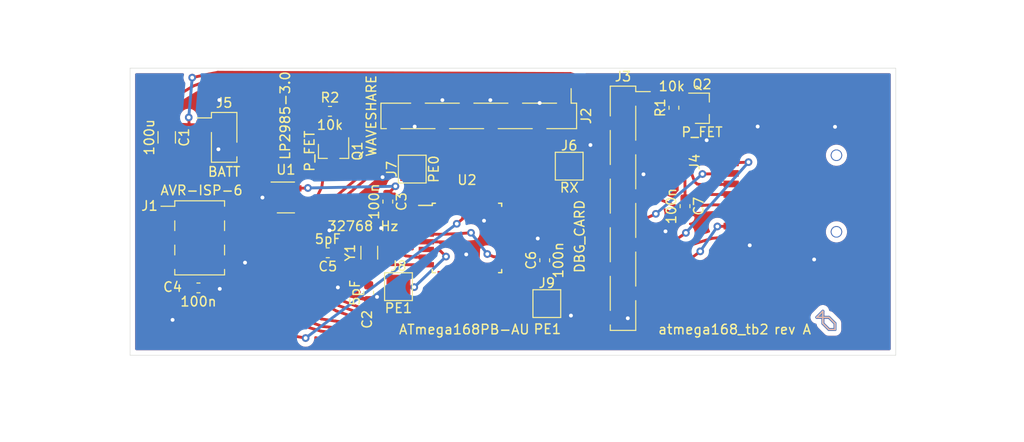
<source format=kicad_pcb>
(kicad_pcb (version 20171130) (host pcbnew 5.1.6-c6e7f7d~86~ubuntu18.04.1)
  (layers (0 F.Cu signal) (31 B.Cu signal) (34 B.Paste user) (35 F.Paste user) (36 B.SilkS user) (37 F.SilkS user) (38 B.Mask user) (39 F.Mask user) (44 Edge.Cuts user))
  (net 0 "")
  (net 1 +BATT)
  (net 2 GND)
  (net 3 "Net-(C2-Pad1)")
  (net 4 RST)
  (net 5 "Net-(C5-Pad1)")
  (net 6 CARD_VDD)
  (net 7 MISO)
  (net 8 +5V)
  (net 9 SCK)
  (net 10 MOSI)
  (net 11 "Net-(U1-Pad4)")
  (net 12 PCS)
  (net 13 PCLK)
  (net 14 PDI)
  (net 15 PPWRCTRL)
  (net 16 "Net-(U2-Pad12)")
  (net 17 "Net-(U2-Pad13)")
  (net 18 CARD_DET)
  (net 19 "Net-(U2-Pad20)")
  (net 20 CARDPWR)
  (net 21 CARDDAT0_DO)
  (net 22 CARDDAT1)
  (net 23 D2)
  (net 24 D3CS)
  (net 25 CARDCLK)
  (net 26 CMDDI)
  (net 27 P_BUSY)
  (net 28 PRST)
  (net 29 PDC)
  (net 30 PPWR)
  (net 31 RX)
  (net 32 PE0)
  (net 33 PE1)
  (module TestPoint:TestPoint_Pad_2.5x2.5mm (layer F.Cu) (at 76.11 33.15 90)
    (fp_text reference J7 (at 0 -2.148 90) (layer F.SilkS))
    (fp_text value PE0 (at 0 2.25 90) (layer F.SilkS))
    (pad 1 smd rect (at 0 0 90) (size 2.5 2.5) (layers F.Cu F.Mask) (net 32 PE0))
  )
  (module Package_TO_SOT_SMD:SOT-23 (layer F.Cu) (at 67.89 31.27 270)
    (fp_text reference Q1 (at 0 -2.5 90) (layer F.SilkS))
    (fp_text value P_FET (at 0 2.5 90) (layer F.SilkS))
    (pad 1 smd rect (at -1 -0.95 270) (size 0.9 0.8) (layers F.Cu F.Paste F.Mask) (net 15 PPWRCTRL))
    (pad 2 smd rect (at -1 0.95 270) (size 0.9 0.8) (layers F.Cu F.Paste F.Mask) (net 1 +BATT))
    (pad 3 smd rect (at 1 0 270) (size 0.9 0.8) (layers F.Cu F.Paste F.Mask) (net 30 PPWR))
  )
  (module Capacitor_SMD:C_1206_3216Metric (layer F.Cu) (at 50.46 29.83 270)
    (fp_text reference C1 (at 0 -1.82 90) (layer F.SilkS))
    (fp_text value 100u (at 0 1.82 90) (layer F.SilkS))
    (pad 1 smd roundrect (at -1.4 0 270) (size 1.25 1.75) (layers F.Cu F.Paste F.Mask) (roundrect_rratio 0.2) (net 1 +BATT))
    (pad 2 smd roundrect (at 1.4 0 270) (size 1.25 1.75) (layers F.Cu F.Paste F.Mask) (roundrect_rratio 0.2) (net 2 GND))
  )
  (module Capacitor_SMD:C_0603_1608Metric (layer F.Cu) (at 71.56 46.07 270)
    (fp_text reference C2 (at 2.78 0.17 90) (layer F.SilkS))
    (fp_text value 5pF (at 0 1.43 90) (layer F.SilkS))
    (pad 2 smd roundrect (at 0.7875 0 270) (size 0.875 0.95) (layers F.Cu F.Paste F.Mask) (net 2 GND))
    (pad 1 smd roundrect (at -0.7875 0 270) (size 0.875 0.95) (layers F.Cu F.Paste F.Mask) (net 3 "Net-(C2-Pad1)"))
  )
  (module Capacitor_SMD:C_0603_1608Metric (layer F.Cu) (at 73.56 36.5425 270)
    (fp_text reference C3 (at 0 -1.43 90) (layer F.SilkS))
    (fp_text value 100n (at 0 1.43 90) (layer F.SilkS))
    (pad 2 smd roundrect (at 0.7875 0 270) (size 0.875 0.95) (layers F.Cu F.Paste F.Mask) (net 2 GND))
    (pad 1 smd roundrect (at -0.7875 0 270) (size 0.875 0.95) (layers F.Cu F.Paste F.Mask) (net 1 +BATT))
  )
  (module Capacitor_SMD:C_0603_1608Metric (layer F.Cu) (at 53.7725 45.56)
    (fp_text reference C4 (at -2.7025 -0.09) (layer F.SilkS))
    (fp_text value 100n (at 0 1.43) (layer F.SilkS))
    (pad 1 smd roundrect (at -0.7875 0) (size 0.875 0.95) (layers F.Cu F.Paste F.Mask) (net 4 RST))
    (pad 2 smd roundrect (at 0.7875 0) (size 0.875 0.95) (layers F.Cu F.Paste F.Mask) (net 2 GND))
  )
  (module Capacitor_SMD:C_0603_1608Metric (layer F.Cu) (at 67.2875 41.89 180)
    (fp_text reference C5 (at 0 -1.43) (layer F.SilkS))
    (fp_text value 5pF (at 0 1.43) (layer F.SilkS))
    (pad 1 smd roundrect (at -0.7875 0 180) (size 0.875 0.95) (layers F.Cu F.Paste F.Mask) (net 5 "Net-(C5-Pad1)"))
    (pad 2 smd roundrect (at 0.7875 0 180) (size 0.875 0.95) (layers F.Cu F.Paste F.Mask) (net 2 GND))
  )
  (module Capacitor_SMD:C_0603_1608Metric (layer F.Cu) (at 89.95 42.67 90)
    (fp_text reference C6 (at 0 -1.43 90) (layer F.SilkS))
    (fp_text value 100n (at 0 1.43 90) (layer F.SilkS))
    (pad 1 smd roundrect (at -0.7875 0 90) (size 0.875 0.95) (layers F.Cu F.Paste F.Mask) (net 1 +BATT))
    (pad 2 smd roundrect (at 0.7875 0 90) (size 0.875 0.95) (layers F.Cu F.Paste F.Mask) (net 2 GND))
  )
  (module Capacitor_SMD:C_0603_1608Metric (layer F.Cu) (at 104.61 37.0175 270)
    (fp_text reference C7 (at 0 -1.43 90) (layer F.SilkS))
    (fp_text value 100n (at 0 1.43 90) (layer F.SilkS))
    (pad 2 smd roundrect (at 0.7875 0 270) (size 0.875 0.95) (layers F.Cu F.Paste F.Mask) (net 2 GND))
    (pad 1 smd roundrect (at -0.7875 0 270) (size 0.875 0.95) (layers F.Cu F.Paste F.Mask) (net 6 CARD_VDD))
  )
  (module Connector_PinHeader_2.54mm:PinHeader_2x03_P2.54mm_Vertical_SMD (layer F.Cu) (at 53.9 40.33)
    (fp_text reference J1 (at -5.24 -3.34) (layer F.SilkS))
    (fp_text value AVR-ISP-6 (at 0.2 -4.96 180) (layer F.SilkS))
    (pad 1 smd rect (at -2.525 -2.54) (size 3.15 1) (layers F.Cu F.Paste F.Mask) (net 7 MISO))
    (pad 2 smd rect (at 2.525 -2.54) (size 3.15 1) (layers F.Cu F.Paste F.Mask) (net 8 +5V))
    (pad 3 smd rect (at -2.525 0) (size 3.15 1) (layers F.Cu F.Paste F.Mask) (net 9 SCK))
    (pad 4 smd rect (at 2.525 0) (size 3.15 1) (layers F.Cu F.Paste F.Mask) (net 10 MOSI))
    (pad 5 smd rect (at -2.525 2.54) (size 3.15 1) (layers F.Cu F.Paste F.Mask) (net 4 RST))
    (pad 6 smd rect (at 2.525 2.54) (size 3.15 1) (layers F.Cu F.Paste F.Mask) (net 2 GND))
  )
  (module Package_TO_SOT_SMD:SOT-23-5 (layer F.Cu) (at 62.91 36.11)
    (fp_text reference U1 (at 0 -2.9) (layer F.SilkS))
    (fp_text value LP2985-3.0 (at -0.07 -8.56 90) (layer F.SilkS))
    (pad 1 smd rect (at -1.1 -0.95) (size 1.06 0.65) (layers F.Cu F.Paste F.Mask) (net 8 +5V))
    (pad 2 smd rect (at -1.1 0) (size 1.06 0.65) (layers F.Cu F.Paste F.Mask) (net 2 GND))
    (pad 3 smd rect (at -1.1 0.95) (size 1.06 0.65) (layers F.Cu F.Paste F.Mask) (net 8 +5V))
    (pad 4 smd rect (at 1.1 0.95) (size 1.06 0.65) (layers F.Cu F.Paste F.Mask) (net 11 "Net-(U1-Pad4)"))
    (pad 5 smd rect (at 1.1 -0.95) (size 1.06 0.65) (layers F.Cu F.Paste F.Mask) (net 1 +BATT))
  )
  (module Package_QFP:TQFP-32_7x7mm_P0.8mm (layer F.Cu) (at 81.83 40.34)
    (fp_text reference U2 (at 0 -6.05) (layer F.SilkS))
    (fp_text value ATmega168PB-AU (at -0.285 9.565) (layer F.SilkS))
    (pad 1 smd rect (at -4.25 -2.8) (size 1.6 0.55) (layers F.Cu F.Paste F.Mask) (net 29 PDC))
    (pad 2 smd rect (at -4.25 -2) (size 1.6 0.55) (layers F.Cu F.Paste F.Mask) (net 12 PCS))
    (pad 3 smd rect (at -4.25 -1.2) (size 1.6 0.55) (layers F.Cu F.Paste F.Mask) (net 32 PE0))
    (pad 4 smd rect (at -4.25 -0.4) (size 1.6 0.55) (layers F.Cu F.Paste F.Mask) (net 1 +BATT))
    (pad 5 smd rect (at -4.25 0.4) (size 1.6 0.55) (layers F.Cu F.Paste F.Mask) (net 2 GND))
    (pad 6 smd rect (at -4.25 1.2) (size 1.6 0.55) (layers F.Cu F.Paste F.Mask) (net 33 PE1))
    (pad 7 smd rect (at -4.25 2) (size 1.6 0.55) (layers F.Cu F.Paste F.Mask) (net 5 "Net-(C5-Pad1)"))
    (pad 8 smd rect (at -4.25 2.8) (size 1.6 0.55) (layers F.Cu F.Paste F.Mask) (net 3 "Net-(C2-Pad1)"))
    (pad 9 smd rect (at -2.8 4.25 90) (size 1.6 0.55) (layers F.Cu F.Paste F.Mask) (net 13 PCLK))
    (pad 10 smd rect (at -2 4.25 90) (size 1.6 0.55) (layers F.Cu F.Paste F.Mask) (net 14 PDI))
    (pad 11 smd rect (at -1.2 4.25 90) (size 1.6 0.55) (layers F.Cu F.Paste F.Mask) (net 15 PPWRCTRL))
    (pad 12 smd rect (at -0.4 4.25 90) (size 1.6 0.55) (layers F.Cu F.Paste F.Mask) (net 16 "Net-(U2-Pad12)"))
    (pad 13 smd rect (at 0.4 4.25 90) (size 1.6 0.55) (layers F.Cu F.Paste F.Mask) (net 17 "Net-(U2-Pad13)"))
    (pad 14 smd rect (at 1.2 4.25 90) (size 1.6 0.55) (layers F.Cu F.Paste F.Mask) (net 2 GND))
    (pad 15 smd rect (at 2 4.25 90) (size 1.6 0.55) (layers F.Cu F.Paste F.Mask) (net 10 MOSI))
    (pad 16 smd rect (at 2.8 4.25 90) (size 1.6 0.55) (layers F.Cu F.Paste F.Mask) (net 7 MISO))
    (pad 17 smd rect (at 4.25 2.8) (size 1.6 0.55) (layers F.Cu F.Paste F.Mask) (net 9 SCK))
    (pad 18 smd rect (at 4.25 2) (size 1.6 0.55) (layers F.Cu F.Paste F.Mask) (net 1 +BATT))
    (pad 19 smd rect (at 4.25 1.2) (size 1.6 0.55) (layers F.Cu F.Paste F.Mask) (net 20 CARDPWR))
    (pad 20 smd rect (at 4.25 0.4) (size 1.6 0.55) (layers F.Cu F.Paste F.Mask) (net 19 "Net-(U2-Pad20)"))
    (pad 21 smd rect (at 4.25 -0.4) (size 1.6 0.55) (layers F.Cu F.Paste F.Mask) (net 2 GND))
    (pad 22 smd rect (at 4.25 -1.2) (size 1.6 0.55) (layers F.Cu F.Paste F.Mask) (net 18 CARD_DET))
    (pad 23 smd rect (at 4.25 -2) (size 1.6 0.55) (layers F.Cu F.Paste F.Mask) (net 21 CARDDAT0_DO))
    (pad 24 smd rect (at 4.25 -2.8) (size 1.6 0.55) (layers F.Cu F.Paste F.Mask) (net 22 CARDDAT1))
    (pad 25 smd rect (at 2.8 -4.25 90) (size 1.6 0.55) (layers F.Cu F.Paste F.Mask) (net 23 D2))
    (pad 26 smd rect (at 2 -4.25 90) (size 1.6 0.55) (layers F.Cu F.Paste F.Mask) (net 24 D3CS))
    (pad 27 smd rect (at 1.2 -4.25 90) (size 1.6 0.55) (layers F.Cu F.Paste F.Mask) (net 25 CARDCLK))
    (pad 28 smd rect (at 0.4 -4.25 90) (size 1.6 0.55) (layers F.Cu F.Paste F.Mask) (net 26 CMDDI))
    (pad 29 smd rect (at -0.4 -4.25 90) (size 1.6 0.55) (layers F.Cu F.Paste F.Mask) (net 4 RST))
    (pad 30 smd rect (at -1.2 -4.25 90) (size 1.6 0.55) (layers F.Cu F.Paste F.Mask) (net 31 RX))
    (pad 31 smd rect (at -2 -4.25 90) (size 1.6 0.55) (layers F.Cu F.Paste F.Mask) (net 27 P_BUSY))
    (pad 32 smd rect (at -2.8 -4.25 90) (size 1.6 0.55) (layers F.Cu F.Paste F.Mask) (net 28 PRST))
  )
  (module Crystal:Crystal_SMD_3215-2Pin_3.2x1.5mm (layer F.Cu) (at 71.62 41.88 90)
    (fp_text reference Y1 (at 0 -2 90) (layer F.SilkS))
    (fp_text value "32768 Hz" (at 2.77 -0.66 180) (layer F.SilkS))
    (pad 1 smd rect (at 1.25 0 90) (size 1 1.8) (layers F.Cu F.Paste F.Mask) (net 5 "Net-(C5-Pad1)"))
    (pad 2 smd rect (at -1.25 0 90) (size 1 1.8) (layers F.Cu F.Paste F.Mask) (net 3 "Net-(C2-Pad1)"))
  )
  (module Connector_PinHeader_2.54mm:PinHeader_1x08_P2.54mm_Vertical_SMD_Pin1Left (layer F.Cu) (at 83.06 27.59 270)
    (fp_text reference J2 (at 0 -11.22 90) (layer F.SilkS))
    (fp_text value WAVESHARE (at 0 11.22 90) (layer F.SilkS))
    (pad 1 smd rect (at -1.655 -8.89 270) (size 2.51 1) (layers F.Cu F.Paste F.Mask) (net 27 P_BUSY))
    (pad 3 smd rect (at -1.655 -3.81 270) (size 2.51 1) (layers F.Cu F.Paste F.Mask) (net 29 PDC))
    (pad 5 smd rect (at -1.655 1.27 270) (size 2.51 1) (layers F.Cu F.Paste F.Mask) (net 13 PCLK))
    (pad 7 smd rect (at -1.655 6.35 270) (size 2.51 1) (layers F.Cu F.Paste F.Mask) (net 2 GND))
    (pad 2 smd rect (at 1.655 -6.35 270) (size 2.51 1) (layers F.Cu F.Paste F.Mask) (net 28 PRST))
    (pad 4 smd rect (at 1.655 -1.27 270) (size 2.51 1) (layers F.Cu F.Paste F.Mask) (net 12 PCS))
    (pad 6 smd rect (at 1.655 3.81 270) (size 2.51 1) (layers F.Cu F.Paste F.Mask) (net 14 PDI))
    (pad 8 smd rect (at 1.655 8.89 270) (size 2.51 1) (layers F.Cu F.Paste F.Mask) (net 30 PPWR))
  )
  (module Connector_PinHeader_2.54mm:PinHeader_1x10_P2.54mm_Vertical_SMD_Pin1Right (layer F.Cu) (at 98.13 37.24)
    (fp_text reference J3 (at 0 -13.76) (layer F.SilkS))
    (fp_text value DBG_CARD (at -4.53 2.94 90) (layer F.SilkS))
    (pad 2 smd rect (at -1.655 -8.89) (size 2.51 1) (layers F.Cu F.Paste F.Mask) (net 8 +5V))
    (pad 4 smd rect (at -1.655 -3.81) (size 2.51 1) (layers F.Cu F.Paste F.Mask) (net 26 CMDDI))
    (pad 6 smd rect (at -1.655 1.27) (size 2.51 1) (layers F.Cu F.Paste F.Mask) (net 24 D3CS))
    (pad 8 smd rect (at -1.655 6.35) (size 2.51 1) (layers F.Cu F.Paste F.Mask) (net 22 CARDDAT1))
    (pad 10 smd rect (at -1.655 11.43) (size 2.51 1) (layers F.Cu F.Paste F.Mask) (net 2 GND))
    (pad 1 smd rect (at 1.655 -11.43) (size 2.51 1) (layers F.Cu F.Paste F.Mask) (net 1 +BATT))
    (pad 3 smd rect (at 1.655 -6.35) (size 2.51 1) (layers F.Cu F.Paste F.Mask) (net 6 CARD_VDD))
    (pad 5 smd rect (at 1.655 -1.27) (size 2.51 1) (layers F.Cu F.Paste F.Mask) (net 25 CARDCLK))
    (pad 7 smd rect (at 1.655 3.81) (size 2.51 1) (layers F.Cu F.Paste F.Mask) (net 23 D2))
    (pad 9 smd rect (at 1.655 8.89) (size 2.51 1) (layers F.Cu F.Paste F.Mask) (net 21 CARDDAT0_DO))
  )
  (module Package_TO_SOT_SMD:SOT-23 (layer F.Cu) (at 106.39 26.79)
    (fp_text reference Q2 (at 0 -2.5) (layer F.SilkS))
    (fp_text value P_FET (at 0 2.5) (layer F.SilkS))
    (pad 3 smd rect (at 1 0) (size 0.9 0.8) (layers F.Cu F.Paste F.Mask) (net 6 CARD_VDD))
    (pad 2 smd rect (at -1 0.95) (size 0.9 0.8) (layers F.Cu F.Paste F.Mask) (net 1 +BATT))
    (pad 1 smd rect (at -1 -0.95) (size 0.9 0.8) (layers F.Cu F.Paste F.Mask) (net 20 CARDPWR))
  )
  (module Resistor_SMD:R_0603_1608Metric (layer F.Cu) (at 103.45 26.74 90)
    (fp_text reference R1 (at 0 -1.43 90) (layer F.SilkS))
    (fp_text value 10k (at 2.24 -0.23 180) (layer F.SilkS))
    (pad 2 smd roundrect (at 0.7875 0 90) (size 0.875 0.95) (layers F.Cu F.Paste F.Mask) (net 20 CARDPWR))
    (pad 1 smd roundrect (at -0.7875 0 90) (size 0.875 0.95) (layers F.Cu F.Paste F.Mask) (net 1 +BATT))
  )
  (module Resistor_SMD:R_0603_1608Metric (layer F.Cu) (at 67.5125 27.11)
    (fp_text reference R2 (at 0 -1.43) (layer F.SilkS))
    (fp_text value 10k (at 0 1.43) (layer F.SilkS))
    (pad 1 smd roundrect (at -0.7875 0) (size 0.875 0.95) (layers F.Cu F.Paste F.Mask) (net 1 +BATT))
    (pad 2 smd roundrect (at 0.7875 0) (size 0.875 0.95) (layers F.Cu F.Paste F.Mask) (net 15 PPWRCTRL))
  )
  (module MicroSD-HYC77-TF09-200:MicroSD-HYC77-TF09-200 (layer F.Cu) (at 120.43 41.9 90)
    (fp_text reference J4 (at 9.5 -14.8 90) (layer F.SilkS))
    (fp_text value Micro_SD_Card_Det)
    (pad 1 smd roundrect (at 9.4 -11 90) (size 0.7 1.6) (layers F.Cu F.Paste F.Mask) (roundrect_rratio 0.1) (net 23 D2))
    (pad 2 smd roundrect (at 8.3 -11 90) (size 0.7 1.6) (layers F.Cu F.Paste F.Mask) (roundrect_rratio 0.1) (net 24 D3CS))
    (pad 3 smd roundrect (at 7.2 -11 90) (size 0.7 1.6) (layers F.Cu F.Paste F.Mask) (roundrect_rratio 0.1) (net 26 CMDDI))
    (pad 4 smd roundrect (at 6.1 -11 90) (size 0.7 1.6) (layers F.Cu F.Paste F.Mask) (roundrect_rratio 0.1) (net 6 CARD_VDD))
    (pad 5 smd roundrect (at 5 -11 90) (size 0.7 1.6) (layers F.Cu F.Paste F.Mask) (roundrect_rratio 0.1) (net 25 CARDCLK))
    (pad 6 smd roundrect (at 3.9 -11 90) (size 0.7 1.6) (layers F.Cu F.Paste F.Mask) (roundrect_rratio 0.1) (net 2 GND))
    (pad 7 smd roundrect (at 2.8 -11 90) (size 0.7 1.6) (layers F.Cu F.Paste F.Mask) (roundrect_rratio 0.1) (net 21 CARDDAT0_DO))
    (pad 8 smd roundrect (at 1.7 -11 90) (size 0.7 1.6) (layers F.Cu F.Paste F.Mask) (roundrect_rratio 0.1) (net 22 CARDDAT1))
    (pad 9 smd roundrect (at 0.6 -11 90) (size 0.7 1.6) (layers F.Cu F.Paste F.Mask) (roundrect_rratio 0.1) (net 18 CARD_DET))
    (pad ~ thru_hole circle (at 2.2 0 90) (size 1.2 1.2) (drill 1) (layers *.Cu *.Mask))
    (pad ~ thru_hole circle (at 10.2 0 90) (size 1.2 1.2) (drill 1) (layers *.Cu *.Mask))
    (pad 11 smd roundrect (at -0.6 -0.4 90) (size 1.2 2.2) (layers F.Cu F.Paste F.Mask) (roundrect_rratio 0.1) (net 2 GND))
    (pad 11 smd roundrect (at -0.6 -10 90) (size 1.2 1.5) (layers F.Cu F.Paste F.Mask) (roundrect_rratio 0.1) (net 2 GND))
    (pad 11 smd roundrect (at 14 -10 90) (size 1.6 1.5) (layers F.Cu F.Paste F.Mask) (roundrect_rratio 0.1) (net 2 GND))
    (pad 11 smd roundrect (at 14.9 -0.4 90) (size 1.2 2.2) (layers F.Cu F.Paste F.Mask) (roundrect_rratio 0.1) (net 2 GND))
  )
  (module Connector_PinHeader_2.54mm:PinHeader_1x02_P2.54mm_Vertical_SMD_Pin1Left (layer F.Cu) (at 56.46 29.83)
    (fp_text reference J5 (at 0 -3.6) (layer F.SilkS))
    (fp_text value BATT (at 0 3.6) (layer F.SilkS))
    (pad 1 smd rect (at -1.655 -1.27) (size 2.51 1) (layers F.Cu F.Paste F.Mask) (net 1 +BATT))
    (pad 2 smd rect (at 1.655 1.27) (size 2.51 1) (layers F.Cu F.Paste F.Mask) (net 2 GND))
  )
  (module TestPoint:TestPoint_Pad_2.5x2.5mm (layer F.Cu) (at 92.51 32.84)
    (fp_text reference J6 (at 0 -2.148) (layer F.SilkS))
    (fp_text value RX (at 0 2.25) (layer F.SilkS))
    (pad 1 smd rect (at 0 0) (size 2.5 2.5) (layers F.Cu F.Mask) (net 31 RX))
  )
  (module TestPoint:TestPoint_Pad_2.5x2.5mm (layer F.Cu) (at 74.67 45.43)
    (fp_text reference J8 (at 0 -2.148) (layer F.SilkS))
    (fp_text value PE1 (at 0 2.25) (layer F.SilkS))
    (pad 1 smd rect (at 0 0) (size 2.5 2.5) (layers F.Cu F.Mask) (net 33 PE1))
  )
  (module TestPoint:TestPoint_Pad_2.5x2.5mm (layer F.Cu) (at 90.17 47.2)
    (fp_text reference J9 (at 0 -2.148) (layer F.SilkS))
    (fp_text value PE1 (at 0.06 2.67) (layer F.SilkS))
    (pad 1 smd rect (at 0 0) (size 2.5 2.5) (layers F.Cu F.Mask) (net 2 GND))
  )
  (gr_text "rev A" (at 115.835 49.905) (layer F.SilkS) (effects (font (size 1 1))))
  (gr_text atmega168_tb2 (at 107.58 49.905) (layer F.SilkS) (effects (font (size 1 1))))
  (gr_line (start 119.645 48.635) (end 118.375 48.635) (layer B.SilkS) (width 0.12))
  (gr_line (start 120.28 49.27) (end 119.645 48.635) (layer B.SilkS) (width 0.12))
  (gr_line (start 120.28 49.905) (end 120.28 49.27) (layer B.SilkS) (width 0.12))
  (gr_line (start 119.645 49.905) (end 120.28 49.905) (layer B.SilkS) (width 0.12))
  (gr_line (start 119.01 49.27) (end 119.645 49.905) (layer B.SilkS) (width 0.12))
  (gr_line (start 119.01 48) (end 119.01 49.27) (layer B.SilkS) (width 0.12))
  (gr_line (start 118.375 48.635) (end 119.01 48) (layer B.SilkS) (width 0.12))
  (gr_line (start 119.645 48.635) (end 118.375 48.635) (layer F.SilkS) (width 0.12))
  (gr_line (start 120.28 49.27) (end 119.645 48.635) (layer F.SilkS) (width 0.12))
  (gr_line (start 120.28 49.905) (end 120.28 49.27) (layer F.SilkS) (width 0.12))
  (gr_line (start 119.645 49.905) (end 120.28 49.905) (layer F.SilkS) (width 0.12))
  (gr_line (start 119.01 49.27) (end 119.645 49.905) (layer F.SilkS) (width 0.12))
  (gr_line (start 119.01 48) (end 119.01 49.27) (layer F.SilkS) (width 0.12))
  (gr_line (start 118.375 48.635) (end 119.01 48) (layer F.SilkS) (width 0.12))
  (gr_line (start 126.63 52.6) (end 126.63 22.6) (layer Edge.Cuts) (width 0.05))
  (gr_line (start 46.63 52.6) (end 126.63 52.6) (layer Edge.Cuts) (width 0.05))
  (gr_line (start 46.63 22.6) (end 46.63 52.6) (layer Edge.Cuts) (width 0.05))
  (gr_line (start 126.63 22.6) (end 46.63 22.6) (layer Edge.Cuts) (width 0.05))
  (segment (start 120.28 49.905) (end 119.645 49.905) (width 0.3) (layer F.Cu) (net 0))
  (segment (start 119.645 49.905) (end 119.01 49.27) (width 0.3) (layer F.Cu) (net 0))
  (segment (start 119.01 49.27) (end 119.01 48) (width 0.3) (layer F.Cu) (net 0))
  (segment (start 119.01 48) (end 118.375 48.635) (width 0.3) (layer F.Cu) (net 0))
  (segment (start 118.375 48.635) (end 119.645 48.635) (width 0.3) (layer F.Cu) (net 0))
  (segment (start 119.645 48.635) (end 120.28 49.27) (width 0.3) (layer F.Cu) (net 0))
  (segment (start 120.28 49.27) (end 120.28 49.905) (width 0.3) (layer F.Cu) (net 0))
  (segment (start 118.375 48.635) (end 119.01 48) (width 0.3) (layer B.Cu) (net 0))
  (segment (start 119.01 48) (end 119.01 49.27) (width 0.3) (layer B.Cu) (net 0))
  (segment (start 119.01 49.27) (end 119.645 49.905) (width 0.3) (layer B.Cu) (net 0))
  (segment (start 119.645 49.905) (end 120.28 49.905) (width 0.3) (layer B.Cu) (net 0))
  (segment (start 120.28 49.905) (end 120.28 49.27) (width 0.3) (layer B.Cu) (net 0))
  (segment (start 120.28 49.27) (end 119.645 48.635) (width 0.3) (layer B.Cu) (net 0))
  (segment (start 119.645 48.635) (end 118.375 48.635) (width 0.3) (layer B.Cu) (net 0))
  (segment (start 86.08 42.34) (end 87.33 42.31) (width 0.3) (layer F.Cu) (net 1))
  (segment (start 87.33 42.31) (end 87.88 42.37) (width 0.3) (layer F.Cu) (net 1))
  (segment (start 87.88 42.37) (end 88.34 42.69) (width 0.3) (layer F.Cu) (net 1))
  (segment (start 88.34 42.69) (end 88.78 43.09) (width 0.3) (layer F.Cu) (net 1))
  (segment (start 88.78 43.09) (end 89.08 43.41) (width 0.3) (layer F.Cu) (net 1))
  (segment (start 89.08 43.41) (end 89.36 43.53) (width 0.3) (layer F.Cu) (net 1))
  (segment (start 89.36 43.53) (end 89.95 43.4575) (width 0.3) (layer F.Cu) (net 1))
  (segment (start 73.56 35.755) (end 74.26 35.75) (width 0.3) (layer F.Cu) (net 1))
  (segment (start 74.26 35.75) (end 74.63 36.12) (width 0.3) (layer F.Cu) (net 1))
  (segment (start 74.63 36.12) (end 74.59 36.93) (width 0.3) (layer F.Cu) (net 1))
  (segment (start 74.59 36.93) (end 74.65 38.92) (width 0.3) (layer F.Cu) (net 1))
  (segment (start 74.65 38.92) (end 75.2 39.61) (width 0.3) (layer F.Cu) (net 1))
  (segment (start 75.2 39.61) (end 75.76 39.85) (width 0.3) (layer F.Cu) (net 1))
  (segment (start 75.76 39.85) (end 77.58 39.94) (width 0.3) (layer F.Cu) (net 1))
  (segment (start 66.94 30.27) (end 66.12 30.28) (width 0.3) (layer F.Cu) (net 1))
  (segment (start 66.12 30.28) (end 65.59 30.48) (width 0.3) (layer F.Cu) (net 1))
  (segment (start 65.59 30.48) (end 65.03 31.07) (width 0.3) (layer F.Cu) (net 1))
  (segment (start 65.03 31.07) (end 64.68 31.87) (width 0.3) (layer F.Cu) (net 1))
  (segment (start 64.68 31.87) (end 64.25 32.92) (width 0.3) (layer F.Cu) (net 1))
  (segment (start 64.25 32.92) (end 64.18 33.32) (width 0.3) (layer F.Cu) (net 1))
  (segment (start 64.18 33.32) (end 64.06 34.4) (width 0.3) (layer F.Cu) (net 1))
  (segment (start 64.06 34.4) (end 64.01 35.16) (width 0.3) (layer F.Cu) (net 1))
  (segment (start 66.94 30.27) (end 66.725 27.11) (width 0.3) (layer F.Cu) (net 1))
  (segment (start 54.805 28.56) (end 58.54 28.67) (width 0.3) (layer F.Cu) (net 1))
  (segment (start 58.54 28.67) (end 60.36 28.88) (width 0.3) (layer F.Cu) (net 1))
  (segment (start 60.36 28.88) (end 61.64 29.39) (width 0.3) (layer F.Cu) (net 1))
  (segment (start 61.64 29.39) (end 63.77 30.44) (width 0.3) (layer F.Cu) (net 1))
  (segment (start 63.77 30.44) (end 65.03 31.07) (width 0.3) (layer F.Cu) (net 1))
  (segment (start 77.58 39.94) (end 79.19 39.96) (width 0.3) (layer F.Cu) (net 1))
  (segment (start 79.19 39.96) (end 81.11 39.88) (width 0.3) (layer F.Cu) (net 1))
  (via (at 82.25 39.8) (size 0.8) (drill 0.4) (layers F.Cu B.Cu) (net 1))
  (segment (start 81.11 39.88) (end 82.25 39.8) (width 0.3) (layer F.Cu) (net 1))
  (via (at 83.95 42.02) (size 0.8) (drill 0.4) (layers F.Cu B.Cu) (net 1))
  (segment (start 82.25 39.8) (end 83.95 42.02) (width 0.3) (layer B.Cu) (net 1))
  (segment (start 83.95 42.02) (end 84.6 42.3) (width 0.3) (layer F.Cu) (net 1))
  (segment (start 84.6 42.3) (end 86.08 42.34) (width 0.3) (layer F.Cu) (net 1))
  (via (at 74.35 34.94) (size 0.8) (drill 0.4) (layers F.Cu B.Cu) (net 1))
  (segment (start 73.56 35.755) (end 74.35 34.94) (width 0.3) (layer F.Cu) (net 1))
  (via (at 65.21 35.12) (size 0.8) (drill 0.4) (layers F.Cu B.Cu) (net 1))
  (segment (start 74.35 34.94) (end 65.21 35.12) (width 0.3) (layer B.Cu) (net 1))
  (segment (start 65.21 35.12) (end 64.01 35.16) (width 0.3) (layer F.Cu) (net 1))
  (segment (start 99.785 25.81) (end 96.89 25.8) (width 0.3) (layer F.Cu) (net 1))
  (segment (start 96.89 25.8) (end 95.44 25.74) (width 0.3) (layer F.Cu) (net 1))
  (segment (start 95.44 25.74) (end 94.92 25.18) (width 0.3) (layer F.Cu) (net 1))
  (segment (start 94.92 25.18) (end 93.96 24.12) (width 0.3) (layer F.Cu) (net 1))
  (segment (start 93.96 24.12) (end 93.43 23.43) (width 0.3) (layer F.Cu) (net 1))
  (segment (start 93.43 23.43) (end 92.64 23.16) (width 0.3) (layer F.Cu) (net 1))
  (segment (start 92.64 23.16) (end 55.8 23.03) (width 0.3) (layer F.Cu) (net 1))
  (segment (start 55.8 23.03) (end 54.94 23.2) (width 0.3) (layer F.Cu) (net 1))
  (via (at 53.12 23.59) (size 0.8) (drill 0.4) (layers F.Cu B.Cu) (net 1))
  (segment (start 54.94 23.2) (end 53.12 23.59) (width 0.3) (layer F.Cu) (net 1))
  (via (at 52.76 27.75) (size 0.8) (drill 0.4) (layers F.Cu B.Cu) (net 1))
  (segment (start 53.12 23.59) (end 52.76 27.75) (width 0.3) (layer B.Cu) (net 1))
  (segment (start 52.76 27.75) (end 52.799988 28.500012) (width 0.3) (layer F.Cu) (net 1))
  (segment (start 50.46 28.43) (end 52.799988 28.500012) (width 0.3) (layer F.Cu) (net 1))
  (segment (start 52.799988 28.500012) (end 54.805 28.56) (width 0.3) (layer F.Cu) (net 1))
  (segment (start 99.785 25.81) (end 101 26.2) (width 0.3) (layer F.Cu) (net 1))
  (segment (start 101 26.2) (end 101.95 26.88) (width 0.3) (layer F.Cu) (net 1))
  (segment (start 101.95 26.88) (end 102.85 27.53) (width 0.3) (layer F.Cu) (net 1))
  (segment (start 102.85 27.53) (end 103.45 27.5275) (width 0.3) (layer F.Cu) (net 1))
  (segment (start 103.45 27.5275) (end 105.39 27.74) (width 0.3) (layer F.Cu) (net 1))
  (segment (start 55.63 36.11) (end 57.75 36.06) (width 0.3) (layer F.Cu) (net 2))
  (segment (start 55.63 36.11) (end 55.29 36.16) (width 0.3) (layer F.Cu) (net 2))
  (segment (start 55.29 36.16) (end 54.89 36.41) (width 0.3) (layer F.Cu) (net 2))
  (segment (start 54.89 36.41) (end 54.59 36.87) (width 0.3) (layer F.Cu) (net 2))
  (segment (start 54.59 36.87) (end 54.499999 37.21) (width 0.3) (layer F.Cu) (net 2))
  (segment (start 54.499999 37.21) (end 54.45 37.69) (width 0.3) (layer F.Cu) (net 2))
  (segment (start 54.45 37.69) (end 54.45 41.51) (width 0.3) (layer F.Cu) (net 2))
  (segment (start 54.45 41.51) (end 54.51 42.08) (width 0.3) (layer F.Cu) (net 2))
  (segment (start 54.51 42.08) (end 54.75 42.47) (width 0.3) (layer F.Cu) (net 2))
  (segment (start 54.75 42.47) (end 56.425 42.87) (width 0.3) (layer F.Cu) (net 2))
  (segment (start 86.08 39.94) (end 87.14 39.93) (width 0.3) (layer F.Cu) (net 2))
  (segment (start 87.14 39.93) (end 87.96 39.93) (width 0.3) (layer F.Cu) (net 2))
  (segment (start 87.96 39.93) (end 88.68 40.07) (width 0.3) (layer F.Cu) (net 2))
  (segment (start 89.59 40.62) (end 89.81 40.93) (width 0.3) (layer F.Cu) (net 2))
  (segment (start 89.81 40.93) (end 89.95 41.8825) (width 0.3) (layer F.Cu) (net 2))
  (segment (start 86.08 39.94) (end 84.14 39.99) (width 0.3) (layer F.Cu) (net 2))
  (segment (start 84.14 39.99) (end 83.43 40.24) (width 0.3) (layer F.Cu) (net 2))
  (segment (start 83.43 40.24) (end 83.25 40.58) (width 0.3) (layer F.Cu) (net 2))
  (segment (start 83.25 40.58) (end 83.06 41.29) (width 0.3) (layer F.Cu) (net 2))
  (segment (start 83.06 41.29) (end 83.01 42.48) (width 0.3) (layer F.Cu) (net 2))
  (segment (start 83.01 42.48) (end 83.03 44.59) (width 0.3) (layer F.Cu) (net 2))
  (segment (start 77.58 40.74) (end 81.95 40.77) (width 0.3) (layer F.Cu) (net 2))
  (segment (start 81.95 40.77) (end 82.65 40.7) (width 0.3) (layer F.Cu) (net 2))
  (segment (start 82.65 40.7) (end 83.25 40.58) (width 0.3) (layer F.Cu) (net 2))
  (segment (start 66.5 41.89) (end 66.42 43.45) (width 0.3) (layer F.Cu) (net 2))
  (segment (start 66.42 43.45) (end 67.05 44.61) (width 0.3) (layer F.Cu) (net 2))
  (segment (start 67.05 44.61) (end 68.72 46.21) (width 0.3) (layer F.Cu) (net 2))
  (segment (start 68.72 46.21) (end 71.56 46.8575) (width 0.3) (layer F.Cu) (net 2))
  (segment (start 66.5 41.89) (end 66.91 40.77) (width 0.3) (layer F.Cu) (net 2))
  (segment (start 77.58 40.74) (end 75.56 40.83) (width 0.3) (layer F.Cu) (net 2))
  (segment (start 73.06 39.71) (end 72 39.57) (width 0.3) (layer F.Cu) (net 2))
  (segment (start 72 39.57) (end 69.93 39.69) (width 0.3) (layer F.Cu) (net 2))
  (segment (start 66.91 40.77) (end 67.416066 40.296066) (width 0.3) (layer F.Cu) (net 2))
  (segment (start 58.115 31.1) (end 58.066107 36.063893) (width 0.3) (layer F.Cu) (net 2))
  (segment (start 57.75 36.06) (end 58.066107 36.063893) (width 0.3) (layer F.Cu) (net 2))
  (segment (start 58.066107 36.063893) (end 61.81 36.11) (width 0.3) (layer F.Cu) (net 2))
  (segment (start 50.46 31.23) (end 50.48 31.51) (width 0.3) (layer F.Cu) (net 2))
  (segment (start 50.48 31.51) (end 54.89 36.41) (width 0.3) (layer F.Cu) (net 2))
  (segment (start 73.56 37.33) (end 73.41221 39.86779) (width 0.3) (layer F.Cu) (net 2))
  (segment (start 75.56 40.83) (end 73.41221 39.86779) (width 0.3) (layer F.Cu) (net 2))
  (segment (start 73.41221 39.86779) (end 73.06 39.71) (width 0.3) (layer F.Cu) (net 2))
  (segment (start 73.56 37.33) (end 72.58 37.28) (width 0.3) (layer F.Cu) (net 2))
  (segment (start 72.58 37.28) (end 72.24 36.89) (width 0.3) (layer F.Cu) (net 2))
  (segment (start 72.24 36.89) (end 72.09 36.16) (width 0.3) (layer F.Cu) (net 2))
  (segment (start 72.09 36.16) (end 72.19 35.56) (width 0.3) (layer F.Cu) (net 2))
  (segment (start 72.19 35.56) (end 72.99 33.99) (width 0.3) (layer F.Cu) (net 2))
  (via (at 73.01 33.99) (size 0.8) (drill 0.4) (layers F.Cu B.Cu) (net 2))
  (segment (start 72.99 33.99) (end 73.01 33.99) (width 0.3) (layer F.Cu) (net 2))
  (via (at 89.22226 40.39774) (size 0.8) (drill 0.4) (layers F.Cu B.Cu) (net 2))
  (segment (start 88.68 40.07) (end 89.22226 40.39774) (width 0.3) (layer F.Cu) (net 2))
  (segment (start 89.22226 40.39774) (end 89.59 40.62) (width 0.3) (layer F.Cu) (net 2))
  (via (at 81.75 42.06) (size 0.8) (drill 0.4) (layers F.Cu B.Cu) (net 2))
  (segment (start 83.25 40.58) (end 81.75 42.06) (width 0.3) (layer F.Cu) (net 2))
  (via (at 72.86 39.31) (size 0.8) (drill 0.4) (layers F.Cu B.Cu) (net 2))
  (segment (start 73.41221 39.86779) (end 72.86 39.31) (width 0.3) (layer F.Cu) (net 2))
  (segment (start 109.43 38) (end 107.64 37.94) (width 0.3) (layer F.Cu) (net 2))
  (segment (start 107.64 37.94) (end 106.3 37.96) (width 0.3) (layer F.Cu) (net 2))
  (segment (start 106.3 37.96) (end 104.61 37.805) (width 0.3) (layer F.Cu) (net 2))
  (segment (start 109.43 38) (end 110.95 37.98) (width 0.3) (layer F.Cu) (net 2))
  (segment (start 110.95 37.98) (end 111.5 38.25) (width 0.3) (layer F.Cu) (net 2))
  (segment (start 111.5 38.25) (end 111.99 39.36) (width 0.3) (layer F.Cu) (net 2))
  (segment (start 111.99 39.36) (end 112.21 41.01) (width 0.3) (layer F.Cu) (net 2))
  (segment (start 112.21 41.01) (end 112.19 42.17) (width 0.3) (layer F.Cu) (net 2))
  (segment (start 112.19 42.17) (end 112.3 42.5) (width 0.3) (layer F.Cu) (net 2))
  (segment (start 110.43 42.5) (end 112.3 42.5) (width 0.3) (layer F.Cu) (net 2))
  (segment (start 120.03 27) (end 110.43 27.9) (width 0.3) (layer F.Cu) (net 2))
  (segment (start 120.03 42.5) (end 117.06 40.53) (width 0.3) (layer F.Cu) (net 2))
  (segment (start 117.06 40.53) (end 116.31 37.56) (width 0.3) (layer F.Cu) (net 2))
  (segment (start 116.31 37.56) (end 116.57 33.96) (width 0.3) (layer F.Cu) (net 2))
  (segment (start 116.57 33.96) (end 117.46 29.38) (width 0.3) (layer F.Cu) (net 2))
  (segment (start 117.46 29.38) (end 120.03 27) (width 0.3) (layer F.Cu) (net 2))
  (via (at 102.57 39.65) (size 0.8) (drill 0.4) (layers F.Cu B.Cu) (net 2))
  (segment (start 104.61 37.805) (end 102.57 39.65) (width 0.3) (layer F.Cu) (net 2))
  (via (at 111.37 41.11) (size 0.8) (drill 0.4) (layers F.Cu B.Cu) (net 2))
  (segment (start 110.43 42.5) (end 111.37 41.11) (width 0.3) (layer F.Cu) (net 2))
  (via (at 118.1 42.59) (size 0.8) (drill 0.4) (layers F.Cu B.Cu) (net 2))
  (segment (start 120.03 42.5) (end 118.1 42.59) (width 0.3) (layer F.Cu) (net 2))
  (segment (start 118.1 42.59) (end 111.37 41.11) (width 0.3) (layer B.Cu) (net 2))
  (via (at 98.63 48.73) (size 0.8) (drill 0.4) (layers F.Cu B.Cu) (net 2))
  (segment (start 102.57 39.65) (end 98.63 48.73) (width 0.3) (layer B.Cu) (net 2))
  (segment (start 98.63 48.73) (end 96.475 48.67) (width 0.3) (layer F.Cu) (net 2))
  (via (at 60.46 36.12) (size 0.8) (drill 0.4) (layers F.Cu B.Cu) (net 2))
  (segment (start 58.066107 36.063893) (end 60.46 36.12) (width 0.3) (layer F.Cu) (net 2))
  (via (at 67.46 39.55) (size 0.8) (drill 0.4) (layers F.Cu B.Cu) (net 2))
  (segment (start 60.46 36.12) (end 67.46 39.55) (width 0.3) (layer B.Cu) (net 2))
  (segment (start 67.46 39.55) (end 67.9535 40.1665) (width 0.3) (layer F.Cu) (net 2))
  (segment (start 69.93 39.69) (end 67.9535 40.1665) (width 0.3) (layer F.Cu) (net 2))
  (segment (start 67.9535 40.1665) (end 67.416066 40.296066) (width 0.3) (layer F.Cu) (net 2))
  (via (at 58.64 42.92) (size 0.8) (drill 0.4) (layers F.Cu B.Cu) (net 2))
  (segment (start 56.425 42.87) (end 58.64 42.92) (width 0.3) (layer F.Cu) (net 2))
  (via (at 56 45.66) (size 0.8) (drill 0.4) (layers F.Cu B.Cu) (net 2))
  (segment (start 58.64 42.92) (end 56 45.66) (width 0.3) (layer B.Cu) (net 2))
  (segment (start 56 45.66) (end 54.56 45.56) (width 0.3) (layer F.Cu) (net 2))
  (via (at 55.86 31.08) (size 0.8) (drill 0.4) (layers F.Cu B.Cu) (net 2))
  (segment (start 58.115 31.1) (end 55.86 31.08) (width 0.3) (layer F.Cu) (net 2))
  (via (at 112.2 28.7) (size 0.8) (drill 0.4) (layers F.Cu B.Cu) (net 2))
  (segment (start 110.43 27.9) (end 112.2 28.7) (width 0.3) (layer F.Cu) (net 2))
  (via (at 120.28 28.73) (size 0.8) (drill 0.4) (layers F.Cu B.Cu) (net 2))
  (segment (start 120.03 27) (end 120.28 28.73) (width 0.3) (layer F.Cu) (net 2))
  (segment (start 92.69 48.45) (end 89.22226 40.39774) (width 0.3) (layer B.Cu) (net 2))
  (segment (start 94.18 48.71) (end 96.475 48.67) (width 0.3) (layer F.Cu) (net 2))
  (via (at 92.69 48.45) (size 0.8) (drill 0.4) (layers F.Cu B.Cu) (net 2))
  (segment (start 92.69 48.45) (end 94.18 48.71) (width 0.3) (layer F.Cu) (net 2))
  (via (at 106.87 30.13) (size 0.8) (drill 0.4) (layers F.Cu B.Cu) (net 2))
  (via (at 100.27 33.69) (size 0.8) (drill 0.4) (layers F.Cu B.Cu) (net 2))
  (segment (start 106.87 30.13) (end 100.27 33.69) (width 0.3) (layer B.Cu) (net 2))
  (via (at 89.42 26.24) (size 0.8) (drill 0.4) (layers F.Cu B.Cu) (net 2))
  (via (at 84.27 25.94) (size 0.8) (drill 0.4) (layers F.Cu B.Cu) (net 2))
  (segment (start 89.42 26.24) (end 84.27 25.94) (width 0.3) (layer B.Cu) (net 2))
  (via (at 79.26 25.94) (size 0.8) (drill 0.4) (layers F.Cu B.Cu) (net 2))
  (segment (start 84.27 25.94) (end 79.26 25.94) (width 0.3) (layer B.Cu) (net 2))
  (via (at 83.61 38.54) (size 0.8) (drill 0.4) (layers F.Cu B.Cu) (net 2))
  (segment (start 89.22226 40.39774) (end 83.61 38.54) (width 0.3) (layer B.Cu) (net 2))
  (via (at 55.96 25.93) (size 0.8) (drill 0.4) (layers F.Cu B.Cu) (net 2))
  (segment (start 55.86 31.08) (end 55.96 25.93) (width 0.3) (layer B.Cu) (net 2))
  (via (at 68.34 45.51) (size 0.8) (drill 0.4) (layers F.Cu B.Cu) (net 2))
  (segment (start 71.56 46.8575) (end 68.34 45.51) (width 0.3) (layer F.Cu) (net 2))
  (via (at 51.07 48.9) (size 0.8) (drill 0.4) (layers F.Cu B.Cu) (net 2))
  (segment (start 56 45.66) (end 51.07 48.9) (width 0.3) (layer B.Cu) (net 2))
  (segment (start 94.728707 30.631293) (end 89.42 26.24) (width 0.3) (layer B.Cu) (net 2))
  (segment (start 94.728707 30.631293) (end 106.87 30.13) (width 0.3) (layer B.Cu) (net 2))
  (segment (start 94.728707 30.631293) (end 99.51 28.78) (width 0.3) (layer F.Cu) (net 2))
  (via (at 94.728707 30.631293) (size 0.8) (drill 0.4) (layers F.Cu B.Cu) (net 2))
  (segment (start 90.17 47.2) (end 92.67 47.26) (width 0.3) (layer F.Cu) (net 2))
  (segment (start 92.67 47.26) (end 92.69 48.45) (width 0.3) (layer F.Cu) (net 2))
  (segment (start 76.365069 28.705069) (end 76.5 28.41) (width 0.3) (layer F.Cu) (net 2))
  (via (at 76.365069 28.705069) (size 0.8) (drill 0.4) (layers F.Cu B.Cu) (net 2))
  (segment (start 73.01 33.99) (end 76.365069 28.705069) (width 0.3) (layer B.Cu) (net 2))
  (segment (start 76.5 28.41) (end 76.64 27.35) (width 0.3) (layer F.Cu) (net 2))
  (segment (start 76.365069 28.705069) (end 94.728707 30.631293) (width 0.3) (layer B.Cu) (net 2))
  (segment (start 76.64 27.35) (end 76.71 25.935) (width 0.3) (layer F.Cu) (net 2))
  (segment (start 71.56 46.8575) (end 72.43 46.5) (width 0.3) (layer F.Cu) (net 2))
  (via (at 72.43 46.5) (size 0.8) (drill 0.4) (layers F.Cu B.Cu) (net 2))
  (segment (start 77.58 43.14) (end 71.62 43.13) (width 0.3) (layer F.Cu) (net 3))
  (segment (start 71.56 45.2825) (end 71.62 43.13) (width 0.3) (layer F.Cu) (net 3))
  (segment (start 51.375 42.87) (end 51.39 43.87) (width 0.3) (layer F.Cu) (net 4))
  (segment (start 51.39 43.87) (end 51.41 44.48) (width 0.3) (layer F.Cu) (net 4))
  (segment (start 51.41 44.48) (end 51.57 44.82) (width 0.3) (layer F.Cu) (net 4))
  (segment (start 51.57 44.82) (end 51.9 45.25) (width 0.3) (layer F.Cu) (net 4))
  (segment (start 51.9 45.25) (end 52.18 45.4) (width 0.3) (layer F.Cu) (net 4))
  (segment (start 52.18 45.4) (end 52.985 45.56) (width 0.3) (layer F.Cu) (net 4))
  (segment (start 81.43 36.09) (end 81.52 37.24) (width 0.3) (layer F.Cu) (net 4))
  (segment (start 81.52 37.24) (end 81.36 38.35) (width 0.3) (layer F.Cu) (net 4))
  (via (at 80.76 38.86) (size 0.8) (drill 0.4) (layers F.Cu B.Cu) (net 4))
  (segment (start 81.36 38.35) (end 80.76 38.86) (width 0.3) (layer F.Cu) (net 4))
  (segment (start 53.06 46.25) (end 52.985 45.56) (width 0.3) (layer F.Cu) (net 4))
  (segment (start 53.72 47.17) (end 53.13 46.58) (width 0.3) (layer F.Cu) (net 4))
  (segment (start 80.76 38.86) (end 64.97 50.8) (width 0.3) (layer B.Cu) (net 4))
  (segment (start 60.19 49.97) (end 57.09 49.08) (width 0.3) (layer F.Cu) (net 4))
  (segment (start 64.97 50.8) (end 60.19 49.97) (width 0.3) (layer F.Cu) (net 4))
  (segment (start 53.13 46.58) (end 53.06 46.25) (width 0.3) (layer F.Cu) (net 4))
  (via (at 64.97 50.8) (size 0.8) (drill 0.4) (layers F.Cu B.Cu) (net 4))
  (segment (start 57.09 49.08) (end 54.78 48.03) (width 0.3) (layer F.Cu) (net 4))
  (segment (start 54.78 48.03) (end 53.72 47.17) (width 0.3) (layer F.Cu) (net 4))
  (segment (start 71.62 40.63) (end 72.82 40.65) (width 0.3) (layer F.Cu) (net 5))
  (segment (start 72.82 40.65) (end 73.29 40.69) (width 0.3) (layer F.Cu) (net 5))
  (segment (start 73.29 40.69) (end 73.6 40.94) (width 0.3) (layer F.Cu) (net 5))
  (segment (start 73.6 40.94) (end 74.14 41.39) (width 0.3) (layer F.Cu) (net 5))
  (segment (start 74.14 41.39) (end 74.7 41.91) (width 0.3) (layer F.Cu) (net 5))
  (segment (start 74.7 41.91) (end 75.43 42.21) (width 0.3) (layer F.Cu) (net 5))
  (segment (start 75.43 42.21) (end 76.49 42.35) (width 0.3) (layer F.Cu) (net 5))
  (segment (start 76.49 42.35) (end 77.58 42.34) (width 0.3) (layer F.Cu) (net 5))
  (segment (start 68.075 41.89) (end 69.1 41.85) (width 0.3) (layer F.Cu) (net 5))
  (segment (start 69.1 41.85) (end 69.89 41.85) (width 0.3) (layer F.Cu) (net 5))
  (segment (start 69.89 41.85) (end 70.73 41.89) (width 0.3) (layer F.Cu) (net 5))
  (segment (start 70.73 41.89) (end 71.11 41.72) (width 0.3) (layer F.Cu) (net 5))
  (segment (start 71.11 41.72) (end 71.4 41.48) (width 0.3) (layer F.Cu) (net 5))
  (segment (start 71.4 41.48) (end 71.46 41.3) (width 0.3) (layer F.Cu) (net 5))
  (segment (start 71.46 41.3) (end 71.62 40.63) (width 0.3) (layer F.Cu) (net 5))
  (segment (start 99.785 30.89) (end 101.55 30.91) (width 0.3) (layer F.Cu) (net 6))
  (segment (start 101.55 30.91) (end 102.53 30.97) (width 0.3) (layer F.Cu) (net 6))
  (segment (start 102.53 30.97) (end 103.16 31.31) (width 0.3) (layer F.Cu) (net 6))
  (segment (start 103.16 31.31) (end 103.83 32.04) (width 0.3) (layer F.Cu) (net 6))
  (segment (start 103.83 32.04) (end 104.35 32.88) (width 0.3) (layer F.Cu) (net 6))
  (segment (start 104.35 32.88) (end 104.6 34.05) (width 0.3) (layer F.Cu) (net 6))
  (segment (start 104.6 34.05) (end 104.61 36.23) (width 0.3) (layer F.Cu) (net 6))
  (segment (start 109.43 35.8) (end 107.08 35.8) (width 0.3) (layer F.Cu) (net 6))
  (segment (start 107.08 35.8) (end 106.52 35.86) (width 0.3) (layer F.Cu) (net 6))
  (segment (start 106.52 35.86) (end 105.99 36.06) (width 0.3) (layer F.Cu) (net 6))
  (segment (start 105.99 36.06) (end 105.6 36.17) (width 0.3) (layer F.Cu) (net 6))
  (segment (start 105.6 36.17) (end 104.61 36.23) (width 0.3) (layer F.Cu) (net 6))
  (segment (start 107.39 26.79) (end 108.7 28.99) (width 0.3) (layer F.Cu) (net 6))
  (segment (start 108.7 28.99) (end 109.52 29.91) (width 0.3) (layer F.Cu) (net 6))
  (segment (start 109.52 29.91) (end 110.77 30.44) (width 0.3) (layer F.Cu) (net 6))
  (segment (start 112.42 31.49) (end 112.85 33.24) (width 0.3) (layer F.Cu) (net 6))
  (segment (start 112.85 33.24) (end 111.96 34.56) (width 0.3) (layer F.Cu) (net 6))
  (segment (start 111.96 34.56) (end 110.94 35.62) (width 0.3) (layer F.Cu) (net 6))
  (segment (start 110.94 35.62) (end 109.43 35.8) (width 0.3) (layer F.Cu) (net 6))
  (segment (start 110.77 30.44) (end 111.79 30.91) (width 0.3) (layer F.Cu) (net 6))
  (segment (start 111.79 30.91) (end 112.42 31.49) (width 0.3) (layer F.Cu) (net 6))
  (segment (start 84.63 44.59) (end 84.68 45.92) (width 0.3) (layer F.Cu) (net 7))
  (segment (start 84.68 45.92) (end 84.74 47.12) (width 0.3) (layer F.Cu) (net 7))
  (segment (start 84.74 47.12) (end 84.71 48.17) (width 0.3) (layer F.Cu) (net 7))
  (segment (start 84.71 48.17) (end 84.39 48.73) (width 0.3) (layer F.Cu) (net 7))
  (segment (start 84.39 48.73) (end 83.61 49.49) (width 0.3) (layer F.Cu) (net 7))
  (segment (start 83.61 49.49) (end 82.24 49.9) (width 0.3) (layer F.Cu) (net 7))
  (segment (start 82.24 49.9) (end 69.9 49.88) (width 0.3) (layer F.Cu) (net 7))
  (segment (start 69.9 49.88) (end 66.76 49.59) (width 0.3) (layer F.Cu) (net 7))
  (segment (start 66.76 49.59) (end 65.28 49.07) (width 0.3) (layer F.Cu) (net 7))
  (segment (start 65.28 49.07) (end 64.16 47.99) (width 0.3) (layer F.Cu) (net 7))
  (segment (start 51.375 37.79) (end 53.05 37.81) (width 0.3) (layer F.Cu) (net 7))
  (segment (start 53.05 37.81) (end 53.45 37.92) (width 0.3) (layer F.Cu) (net 7))
  (segment (start 53.45 37.92) (end 53.77 38.27) (width 0.3) (layer F.Cu) (net 7))
  (segment (start 53.77 38.27) (end 53.9 39.09) (width 0.3) (layer F.Cu) (net 7))
  (segment (start 53.9 39.09) (end 53.91 41.94) (width 0.3) (layer F.Cu) (net 7))
  (segment (start 53.91 41.94) (end 54.01 42.51) (width 0.3) (layer F.Cu) (net 7))
  (segment (start 54.01 42.51) (end 54.25 43.07) (width 0.3) (layer F.Cu) (net 7))
  (segment (start 54.25 43.07) (end 54.47 43.44) (width 0.3) (layer F.Cu) (net 7))
  (segment (start 54.47 43.44) (end 54.64 43.720001) (width 0.3) (layer F.Cu) (net 7))
  (segment (start 54.64 43.720001) (end 54.95 43.91) (width 0.3) (layer F.Cu) (net 7))
  (segment (start 54.95 43.91) (end 55.35 43.98) (width 0.3) (layer F.Cu) (net 7))
  (segment (start 55.35 43.98) (end 58.4 43.97) (width 0.3) (layer F.Cu) (net 7))
  (segment (start 58.4 43.97) (end 60.92 43.92) (width 0.3) (layer F.Cu) (net 7))
  (segment (start 60.92 43.92) (end 61.62 44.08) (width 0.3) (layer F.Cu) (net 7))
  (segment (start 61.62 44.08) (end 62.05 44.35) (width 0.3) (layer F.Cu) (net 7))
  (segment (start 62.05 44.35) (end 62.82 45.27) (width 0.3) (layer F.Cu) (net 7))
  (segment (start 62.82 45.27) (end 63.23 46.04) (width 0.3) (layer F.Cu) (net 7))
  (segment (start 63.23 46.04) (end 63.6 47.02) (width 0.3) (layer F.Cu) (net 7))
  (segment (start 63.6 47.02) (end 63.84 47.48) (width 0.3) (layer F.Cu) (net 7))
  (segment (start 63.84 47.48) (end 64.16 47.99) (width 0.3) (layer F.Cu) (net 7))
  (segment (start 56.425 37.79) (end 58.22 37.79) (width 0.3) (layer F.Cu) (net 8))
  (segment (start 58.22 37.79) (end 61.05 37.14) (width 0.3) (layer F.Cu) (net 8))
  (segment (start 61.05 37.14) (end 61.81 37.06) (width 0.3) (layer F.Cu) (net 8))
  (segment (start 61.81 37.06) (end 62.55 37.05) (width 0.3) (layer F.Cu) (net 8))
  (segment (start 62.55 37.05) (end 62.85 36.84) (width 0.3) (layer F.Cu) (net 8))
  (segment (start 62.85 36.84) (end 62.93 35.7) (width 0.3) (layer F.Cu) (net 8))
  (segment (start 62.93 35.7) (end 62.56 35.19) (width 0.3) (layer F.Cu) (net 8))
  (segment (start 62.56 35.19) (end 61.81 35.16) (width 0.3) (layer F.Cu) (net 8))
  (segment (start 61.77 32.9) (end 61.81 35.16) (width 0.3) (layer F.Cu) (net 8))
  (segment (start 61.58 31.58) (end 61.77 32.9) (width 0.3) (layer F.Cu) (net 8))
  (segment (start 60.77 30.61) (end 61.58 31.58) (width 0.3) (layer F.Cu) (net 8))
  (segment (start 59.73 30) (end 60.77 30.61) (width 0.3) (layer F.Cu) (net 8))
  (segment (start 50.98 29.85) (end 52.06 29.91) (width 0.3) (layer F.Cu) (net 8))
  (segment (start 49.66 29.74) (end 50.98 29.85) (width 0.3) (layer F.Cu) (net 8))
  (segment (start 49.39 29.53) (end 49.66 29.74) (width 0.3) (layer F.Cu) (net 8))
  (segment (start 93.26 24.31) (end 92.9 23.8) (width 0.3) (layer F.Cu) (net 8))
  (segment (start 94.18 28.13) (end 93.73 27.19) (width 0.3) (layer F.Cu) (net 8))
  (segment (start 92.9 23.8) (end 92.34 23.692858) (width 0.3) (layer F.Cu) (net 8))
  (segment (start 96.475 28.35) (end 94.87 28.35) (width 0.3) (layer F.Cu) (net 8))
  (segment (start 54.875 23.87) (end 53.23 24.46) (width 0.3) (layer F.Cu) (net 8))
  (segment (start 93.63 26.2) (end 93.26 24.31) (width 0.3) (layer F.Cu) (net 8))
  (segment (start 94.87 28.35) (end 94.18 28.13) (width 0.3) (layer F.Cu) (net 8))
  (segment (start 52.06 29.91) (end 58.28 29.86) (width 0.3) (layer F.Cu) (net 8))
  (segment (start 70.29 23.64) (end 54.875 23.87) (width 0.3) (layer F.Cu) (net 8))
  (segment (start 53.23 24.46) (end 49.45 26.76) (width 0.3) (layer F.Cu) (net 8))
  (segment (start 58.28 29.86) (end 59.73 30) (width 0.3) (layer F.Cu) (net 8))
  (segment (start 49.45 26.76) (end 49 27.48) (width 0.3) (layer F.Cu) (net 8))
  (segment (start 49 27.48) (end 48.87 28.31) (width 0.3) (layer F.Cu) (net 8))
  (segment (start 48.87 28.31) (end 49 28.87) (width 0.3) (layer F.Cu) (net 8))
  (segment (start 93.73 27.19) (end 93.63 26.2) (width 0.3) (layer F.Cu) (net 8))
  (segment (start 49 28.87) (end 49.39 29.53) (width 0.3) (layer F.Cu) (net 8))
  (segment (start 70.29 23.64) (end 92.34 23.692858) (width 0.3) (layer F.Cu) (net 8))
  (segment (start 51.375 40.33) (end 52.92 40.33) (width 0.3) (layer F.Cu) (net 9))
  (segment (start 52.92 40.33) (end 53.26 40.43) (width 0.3) (layer F.Cu) (net 9))
  (segment (start 53.26 40.43) (end 53.39 40.77) (width 0.3) (layer F.Cu) (net 9))
  (segment (start 53.39 40.77) (end 53.37 41.96) (width 0.3) (layer F.Cu) (net 9))
  (segment (start 53.37 41.96) (end 53.48 42.46) (width 0.3) (layer F.Cu) (net 9))
  (segment (start 53.48 42.46) (end 53.59 42.92) (width 0.3) (layer F.Cu) (net 9))
  (segment (start 53.59 42.92) (end 53.86 43.44) (width 0.3) (layer F.Cu) (net 9))
  (segment (start 53.86 43.44) (end 54.278032 44.087267) (width 0.3) (layer F.Cu) (net 9))
  (segment (start 54.278032 44.087267) (end 54.67 44.4) (width 0.3) (layer F.Cu) (net 9))
  (segment (start 54.67 44.4) (end 55.41 44.5) (width 0.3) (layer F.Cu) (net 9))
  (segment (start 55.41 44.5) (end 60.6 44.48) (width 0.3) (layer F.Cu) (net 9))
  (segment (start 60.6 44.48) (end 61.07 44.57) (width 0.3) (layer F.Cu) (net 9))
  (segment (start 61.07 44.57) (end 61.75 44.98) (width 0.3) (layer F.Cu) (net 9))
  (segment (start 61.75 44.98) (end 62.24 45.61) (width 0.3) (layer F.Cu) (net 9))
  (segment (start 62.24 45.61) (end 62.64 46.38) (width 0.3) (layer F.Cu) (net 9))
  (segment (start 62.64 46.38) (end 62.95 47.06) (width 0.3) (layer F.Cu) (net 9))
  (segment (start 62.95 47.06) (end 63.42 47.98) (width 0.3) (layer F.Cu) (net 9))
  (segment (start 63.42 47.98) (end 63.83 48.58) (width 0.3) (layer F.Cu) (net 9))
  (segment (start 63.83 48.58) (end 64.95 49.59) (width 0.3) (layer F.Cu) (net 9))
  (segment (start 64.95 49.59) (end 66.58 50.08) (width 0.3) (layer F.Cu) (net 9))
  (segment (start 66.58 50.08) (end 69.76 50.43) (width 0.3) (layer F.Cu) (net 9))
  (segment (start 69.76 50.43) (end 74.24 50.49) (width 0.3) (layer F.Cu) (net 9))
  (segment (start 74.24 50.49) (end 81.51 50.57) (width 0.3) (layer F.Cu) (net 9))
  (segment (start 81.51 50.57) (end 82.8 50.47) (width 0.3) (layer F.Cu) (net 9))
  (segment (start 82.8 50.47) (end 84.59 49.7) (width 0.3) (layer F.Cu) (net 9))
  (segment (start 84.59 49.7) (end 86.22 48.54) (width 0.3) (layer F.Cu) (net 9))
  (segment (start 86.22 48.54) (end 87.22 47.41) (width 0.3) (layer F.Cu) (net 9))
  (segment (start 87.22 47.41) (end 87.68 46.4) (width 0.3) (layer F.Cu) (net 9))
  (segment (start 87.68 46.4) (end 87.82 45.16) (width 0.3) (layer F.Cu) (net 9))
  (segment (start 87.82 45.16) (end 87.84 44.24) (width 0.3) (layer F.Cu) (net 9))
  (segment (start 87.84 44.24) (end 87.82 43.51) (width 0.3) (layer F.Cu) (net 9))
  (segment (start 87.82 43.51) (end 87.64 43.3) (width 0.3) (layer F.Cu) (net 9))
  (segment (start 87.64 43.3) (end 87.25 43.16) (width 0.3) (layer F.Cu) (net 9))
  (segment (start 87.25 43.16) (end 86.08 43.14) (width 0.3) (layer F.Cu) (net 9))
  (segment (start 56.425 40.33) (end 59.09 40.3) (width 0.3) (layer F.Cu) (net 10))
  (segment (start 59.09 40.3) (end 60.06 40.41) (width 0.3) (layer F.Cu) (net 10))
  (segment (start 60.06 40.41) (end 60.81 40.68) (width 0.3) (layer F.Cu) (net 10))
  (segment (start 60.81 40.68) (end 61.48 41.14) (width 0.3) (layer F.Cu) (net 10))
  (segment (start 61.48 41.14) (end 62.4 41.94) (width 0.3) (layer F.Cu) (net 10))
  (segment (start 62.4 41.94) (end 63.17 42.95) (width 0.3) (layer F.Cu) (net 10))
  (segment (start 63.17 42.95) (end 63.54 43.81) (width 0.3) (layer F.Cu) (net 10))
  (segment (start 63.54 43.81) (end 63.83 45.23) (width 0.3) (layer F.Cu) (net 10))
  (segment (start 63.83 45.23) (end 63.98 46.24) (width 0.3) (layer F.Cu) (net 10))
  (segment (start 63.98 46.24) (end 64.24 46.99) (width 0.3) (layer F.Cu) (net 10))
  (segment (start 64.24 46.99) (end 64.76 47.69) (width 0.3) (layer F.Cu) (net 10))
  (segment (start 64.76 47.69) (end 65.37 48.22) (width 0.3) (layer F.Cu) (net 10))
  (segment (start 65.37 48.22) (end 66.61 48.8) (width 0.3) (layer F.Cu) (net 10))
  (segment (start 66.61 48.8) (end 68.1 49.03) (width 0.3) (layer F.Cu) (net 10))
  (segment (start 68.1 49.03) (end 70.1 49.25) (width 0.3) (layer F.Cu) (net 10))
  (segment (start 70.1 49.25) (end 78.61 49.22) (width 0.3) (layer F.Cu) (net 10))
  (segment (start 78.61 49.22) (end 82.2 49.25) (width 0.3) (layer F.Cu) (net 10))
  (segment (start 82.2 49.25) (end 83.38 48.85) (width 0.3) (layer F.Cu) (net 10))
  (segment (start 83.38 48.85) (end 84.03 48) (width 0.3) (layer F.Cu) (net 10))
  (segment (start 84.03 48) (end 84.14 47.17) (width 0.3) (layer F.Cu) (net 10))
  (segment (start 84.14 47.17) (end 84.03 46.34) (width 0.3) (layer F.Cu) (net 10))
  (segment (start 84.03 46.34) (end 83.89 45.76) (width 0.3) (layer F.Cu) (net 10))
  (segment (start 83.89 45.76) (end 83.83 44.59) (width 0.3) (layer F.Cu) (net 10))
  (segment (start 84.33 29.245) (end 84.33 30.44) (width 0.3) (layer F.Cu) (net 12))
  (segment (start 84.33 30.44) (end 84.14 30.73) (width 0.3) (layer F.Cu) (net 12))
  (segment (start 84.14 30.73) (end 80.98 32.07) (width 0.3) (layer F.Cu) (net 12))
  (segment (start 80.98 32.07) (end 79.28 33.34) (width 0.3) (layer F.Cu) (net 12))
  (segment (start 79.28 33.34) (end 76.79 35.47) (width 0.3) (layer F.Cu) (net 12))
  (segment (start 76.79 35.47) (end 75.89 36.36) (width 0.3) (layer F.Cu) (net 12))
  (segment (start 75.89 36.36) (end 75.69 36.9) (width 0.3) (layer F.Cu) (net 12))
  (segment (start 75.69 36.9) (end 75.7 37.49) (width 0.3) (layer F.Cu) (net 12))
  (segment (start 75.7 37.49) (end 75.78 37.98) (width 0.3) (layer F.Cu) (net 12))
  (segment (start 75.78 37.98) (end 76.05 38.22) (width 0.3) (layer F.Cu) (net 12))
  (segment (start 76.05 38.22) (end 76.58 38.32) (width 0.3) (layer F.Cu) (net 12))
  (segment (start 76.58 38.32) (end 77.58 38.34) (width 0.3) (layer F.Cu) (net 12))
  (segment (start 77.5 47.08) (end 71.98 47.65) (width 0.3) (layer F.Cu) (net 13))
  (segment (start 71.98 47.65) (end 70.75 47.65) (width 0.3) (layer F.Cu) (net 13))
  (segment (start 70.75 47.65) (end 68.32 46.71) (width 0.3) (layer F.Cu) (net 13))
  (segment (start 68.32 46.71) (end 66.56 45.13) (width 0.3) (layer F.Cu) (net 13))
  (segment (start 66.56 45.13) (end 65.62 43.15) (width 0.3) (layer F.Cu) (net 13))
  (segment (start 65.62 43.15) (end 65.43 41.58) (width 0.3) (layer F.Cu) (net 13))
  (segment (start 65.43 41.58) (end 65.45 40.05) (width 0.3) (layer F.Cu) (net 13))
  (segment (start 65.45 40.05) (end 65.96 39.13) (width 0.3) (layer F.Cu) (net 13))
  (segment (start 65.96 39.13) (end 67.83 37.09) (width 0.3) (layer F.Cu) (net 13))
  (segment (start 80.59 30.81) (end 81.23 30.19) (width 0.3) (layer F.Cu) (net 13))
  (segment (start 81.23 30.19) (end 81.76 28.21) (width 0.3) (layer F.Cu) (net 13))
  (segment (start 81.76 28.21) (end 81.79 25.935) (width 0.3) (layer F.Cu) (net 13))
  (segment (start 80.59 30.81) (end 79.44 31.09) (width 0.3) (layer F.Cu) (net 13))
  (segment (start 79.44 31.09) (end 74.76 31.55) (width 0.3) (layer F.Cu) (net 13))
  (segment (start 74.76 31.55) (end 74.14 31.79) (width 0.3) (layer F.Cu) (net 13))
  (segment (start 74.14 31.79) (end 67.83 37.09) (width 0.3) (layer F.Cu) (net 13))
  (segment (start 79.03 44.59) (end 79.03 45.63) (width 0.3) (layer F.Cu) (net 13))
  (segment (start 79.03 45.63) (end 78.95 46.01) (width 0.3) (layer F.Cu) (net 13))
  (segment (start 78.95 46.01) (end 78.7 46.34) (width 0.3) (layer F.Cu) (net 13))
  (segment (start 78.7 46.34) (end 78.38 46.63) (width 0.3) (layer F.Cu) (net 13))
  (segment (start 77.5 47.08) (end 77.92 46.95) (width 0.3) (layer F.Cu) (net 13))
  (segment (start 77.92 46.95) (end 78.38 46.63) (width 0.3) (layer F.Cu) (net 13))
  (segment (start 79.25 29.245) (end 78.12 29.22) (width 0.3) (layer F.Cu) (net 14))
  (segment (start 78.12 29.22) (end 77.34 29.58) (width 0.3) (layer F.Cu) (net 14))
  (segment (start 77.34 29.58) (end 76.13 30.38) (width 0.3) (layer F.Cu) (net 14))
  (segment (start 76.13 30.38) (end 74.46 31.07) (width 0.3) (layer F.Cu) (net 14))
  (segment (start 74.46 31.07) (end 73.76 31.35) (width 0.3) (layer F.Cu) (net 14))
  (segment (start 73.76 31.35) (end 70.28 34.18) (width 0.3) (layer F.Cu) (net 14))
  (segment (start 70.28 34.18) (end 67.14 36.84) (width 0.3) (layer F.Cu) (net 14))
  (segment (start 67.14 36.84) (end 65.56 38.63) (width 0.3) (layer F.Cu) (net 14))
  (segment (start 65.56 38.63) (end 64.85 39.85) (width 0.3) (layer F.Cu) (net 14))
  (segment (start 64.85 39.85) (end 64.81 41.69) (width 0.3) (layer F.Cu) (net 14))
  (segment (start 64.81 41.69) (end 65.09 43.47) (width 0.3) (layer F.Cu) (net 14))
  (segment (start 65.09 43.47) (end 66.14 45.53) (width 0.3) (layer F.Cu) (net 14))
  (segment (start 66.14 45.53) (end 68.05 47.28) (width 0.3) (layer F.Cu) (net 14))
  (segment (start 68.05 47.28) (end 70.55 48.16) (width 0.3) (layer F.Cu) (net 14))
  (segment (start 70.55 48.16) (end 72.01 48.22) (width 0.3) (layer F.Cu) (net 14))
  (segment (start 72.01 48.22) (end 76.99 47.73) (width 0.3) (layer F.Cu) (net 14))
  (segment (start 76.99 47.73) (end 77.85 47.55) (width 0.3) (layer F.Cu) (net 14))
  (segment (start 77.85 47.55) (end 78.73 47.14) (width 0.3) (layer F.Cu) (net 14))
  (segment (start 78.73 47.14) (end 79.26 46.69) (width 0.3) (layer F.Cu) (net 14))
  (segment (start 79.26 46.69) (end 79.6 46.22) (width 0.3) (layer F.Cu) (net 14))
  (segment (start 79.6 46.22) (end 79.77 45.78) (width 0.3) (layer F.Cu) (net 14))
  (segment (start 79.77 45.78) (end 79.83 44.59) (width 0.3) (layer F.Cu) (net 14))
  (segment (start 68.84 30.27) (end 68.3 27.11) (width 0.3) (layer F.Cu) (net 15))
  (segment (start 80.63 44.59) (end 80.68 45.55) (width 0.3) (layer F.Cu) (net 15))
  (segment (start 80.68 45.55) (end 80.51 46.26) (width 0.3) (layer F.Cu) (net 15))
  (segment (start 80.51 46.26) (end 80.09 46.91) (width 0.3) (layer F.Cu) (net 15))
  (segment (start 80.09 46.91) (end 79.41 47.56) (width 0.3) (layer F.Cu) (net 15))
  (segment (start 79.41 47.56) (end 78.41 48) (width 0.3) (layer F.Cu) (net 15))
  (segment (start 78.41 48) (end 77.49 48.33) (width 0.3) (layer F.Cu) (net 15))
  (segment (start 77.49 48.33) (end 76.11 48.52) (width 0.3) (layer F.Cu) (net 15))
  (segment (start 76.11 48.52) (end 72.44 48.73) (width 0.3) (layer F.Cu) (net 15))
  (segment (start 72.44 48.73) (end 70.71 48.73) (width 0.3) (layer F.Cu) (net 15))
  (segment (start 70.71 48.73) (end 70.06 48.63) (width 0.3) (layer F.Cu) (net 15))
  (segment (start 70.06 48.63) (end 68.16 47.96) (width 0.3) (layer F.Cu) (net 15))
  (segment (start 68.16 47.96) (end 67.46 47.55) (width 0.3) (layer F.Cu) (net 15))
  (segment (start 67.46 47.55) (end 65.84 46.32) (width 0.3) (layer F.Cu) (net 15))
  (segment (start 65.84 46.32) (end 65.33 45.57) (width 0.3) (layer F.Cu) (net 15))
  (segment (start 65.33 45.57) (end 64.58 43.97) (width 0.3) (layer F.Cu) (net 15))
  (segment (start 64.58 43.97) (end 64.29 43.08) (width 0.3) (layer F.Cu) (net 15))
  (segment (start 64.29 43.08) (end 63.94 40.4) (width 0.3) (layer F.Cu) (net 15))
  (segment (start 63.94 40.4) (end 64.1 39.48) (width 0.3) (layer F.Cu) (net 15))
  (segment (start 64.1 39.48) (end 64.46 38.7) (width 0.3) (layer F.Cu) (net 15))
  (segment (start 64.46 38.7) (end 65.24 37.96) (width 0.3) (layer F.Cu) (net 15))
  (segment (start 65.24 37.96) (end 65.51 37.43) (width 0.3) (layer F.Cu) (net 15))
  (segment (start 65.51 37.43) (end 66.67 34.98) (width 0.3) (layer F.Cu) (net 15))
  (segment (start 66.67 34.98) (end 66.87 33.43) (width 0.3) (layer F.Cu) (net 15))
  (segment (start 66.87 33.43) (end 67.06 31.88) (width 0.3) (layer F.Cu) (net 15))
  (segment (start 67.06 31.88) (end 67.3 31.4) (width 0.3) (layer F.Cu) (net 15))
  (segment (start 67.3 31.4) (end 67.88 31.03) (width 0.3) (layer F.Cu) (net 15))
  (segment (start 67.88 31.03) (end 68.84 30.27) (width 0.3) (layer F.Cu) (net 15))
  (segment (start 102.24 46.67) (end 103.3 45.8) (width 0.3) (layer F.Cu) (net 18))
  (segment (start 103.3 45.8) (end 105.37 43.67) (width 0.3) (layer F.Cu) (net 18))
  (segment (start 105.37 43.67) (end 106.38 42.88) (width 0.3) (layer F.Cu) (net 18))
  (segment (start 106.38 42.88) (end 107.74 41.88) (width 0.3) (layer F.Cu) (net 18))
  (segment (start 107.74 41.88) (end 108.31 41.58) (width 0.3) (layer F.Cu) (net 18))
  (segment (start 108.31 41.58) (end 109.43 41.3) (width 0.3) (layer F.Cu) (net 18))
  (segment (start 102.24 46.67) (end 101.12 47) (width 0.3) (layer F.Cu) (net 18))
  (segment (start 101.12 47) (end 98.59 47) (width 0.3) (layer F.Cu) (net 18))
  (segment (start 98.59 47) (end 98.38 46.980001) (width 0.3) (layer F.Cu) (net 18))
  (segment (start 95.04 45.64) (end 94.26 45.17) (width 0.3) (layer F.Cu) (net 18))
  (segment (start 94.26 45.17) (end 93.17 44.1) (width 0.3) (layer F.Cu) (net 18))
  (segment (start 93.17 44.1) (end 92.21 42.94) (width 0.3) (layer F.Cu) (net 18))
  (segment (start 92.21 42.94) (end 91.08 40.98) (width 0.3) (layer F.Cu) (net 18))
  (segment (start 91.08 40.98) (end 90.48 39.99) (width 0.3) (layer F.Cu) (net 18))
  (segment (start 90.48 39.99) (end 89.75 39.48) (width 0.3) (layer F.Cu) (net 18))
  (segment (start 86.08 39.14) (end 86.15 39.08) (width 0.3) (layer F.Cu) (net 18))
  (segment (start 86.08 39.14) (end 88.52 39.21) (width 0.3) (layer F.Cu) (net 18))
  (segment (start 88.52 39.21) (end 89.14 39.29) (width 0.3) (layer F.Cu) (net 18))
  (segment (start 89.14 39.29) (end 89.75 39.48) (width 0.3) (layer F.Cu) (net 18))
  (segment (start 97.82 46.74) (end 95.04 45.64) (width 0.3) (layer F.Cu) (net 18))
  (segment (start 98.38 46.980001) (end 98.24 46.86) (width 0.3) (layer F.Cu) (net 18))
  (segment (start 98.24 46.86) (end 97.82 46.74) (width 0.3) (layer F.Cu) (net 18))
  (segment (start 86.08 41.54) (end 87.2 41.53) (width 0.3) (layer F.Cu) (net 20))
  (segment (start 87.2 41.53) (end 87.57 41.61) (width 0.3) (layer F.Cu) (net 20))
  (segment (start 87.57 41.61) (end 88.27 41.87) (width 0.3) (layer F.Cu) (net 20))
  (segment (start 88.27 41.87) (end 88.77 42.21) (width 0.3) (layer F.Cu) (net 20))
  (segment (start 88.77 42.21) (end 89.16 42.56) (width 0.3) (layer F.Cu) (net 20))
  (segment (start 89.16 42.56) (end 89.32 42.64) (width 0.3) (layer F.Cu) (net 20))
  (segment (start 89.32 42.64) (end 89.51 42.66) (width 0.25) (layer F.Cu) (net 20))
  (segment (start 89.51 42.66) (end 90.6 42.67) (width 0.25) (layer F.Cu) (net 20))
  (segment (start 90.6 42.67) (end 91.17 42.86) (width 0.3) (layer F.Cu) (net 20))
  (segment (start 91.17 42.86) (end 92.05 43.84) (width 0.3) (layer F.Cu) (net 20))
  (segment (start 92.05 43.84) (end 93.66 45.55) (width 0.3) (layer F.Cu) (net 20))
  (segment (start 93.66 45.55) (end 95.78 46.86) (width 0.3) (layer F.Cu) (net 20))
  (segment (start 100.83 47.52) (end 101.64 47.5) (width 0.3) (layer F.Cu) (net 20))
  (segment (start 101.64 47.5) (end 102.9 47.2) (width 0.3) (layer F.Cu) (net 20))
  (segment (start 102.9 47.2) (end 104.45 46.59) (width 0.3) (layer F.Cu) (net 20))
  (segment (start 104.45 46.59) (end 105.22 46.48) (width 0.3) (layer F.Cu) (net 20))
  (segment (start 105.22 46.48) (end 106.07 46.5525) (width 0.3) (layer F.Cu) (net 20))
  (segment (start 95.78 46.86) (end 97.667322 47.217316) (width 0.3) (layer F.Cu) (net 20))
  (segment (start 97.667322 47.217316) (end 97.959996 47.300017) (width 0.3) (layer F.Cu) (net 20))
  (segment (start 97.959996 47.300017) (end 98.123775 47.418931) (width 0.3) (layer F.Cu) (net 20))
  (segment (start 98.123775 47.418931) (end 98.3 47.49) (width 0.3) (layer F.Cu) (net 20))
  (segment (start 98.3 47.49) (end 98.62 47.51) (width 0.3) (layer F.Cu) (net 20))
  (segment (start 98.62 47.51) (end 100.83 47.52) (width 0.3) (layer F.Cu) (net 20))
  (segment (start 103.45 25.9525) (end 105.39 25.84) (width 0.3) (layer F.Cu) (net 20))
  (segment (start 110.21 29.4) (end 111.7 29.7) (width 0.3) (layer F.Cu) (net 20))
  (segment (start 107.884903 25.765097) (end 108.42 26.2) (width 0.3) (layer F.Cu) (net 20))
  (segment (start 105.39 25.84) (end 107.884903 25.765097) (width 0.3) (layer F.Cu) (net 20))
  (segment (start 108.42 26.2) (end 108.63 27.27) (width 0.3) (layer F.Cu) (net 20))
  (segment (start 108.63 27.27) (end 109.21 28.67) (width 0.3) (layer F.Cu) (net 20))
  (segment (start 109.21 28.67) (end 109.58 29.17) (width 0.3) (layer F.Cu) (net 20))
  (segment (start 109.58 29.17) (end 110.21 29.4) (width 0.3) (layer F.Cu) (net 20))
  (segment (start 111.7 29.7) (end 112.75 30.34) (width 0.3) (layer F.Cu) (net 20))
  (segment (start 112.75 30.34) (end 113.35 31.52) (width 0.3) (layer F.Cu) (net 20))
  (segment (start 113.35 31.52) (end 113.85 33.73) (width 0.3) (layer F.Cu) (net 20))
  (segment (start 113.85 33.73) (end 114.18 36.89) (width 0.3) (layer F.Cu) (net 20))
  (segment (start 114.18 36.89) (end 114.15 41.94) (width 0.3) (layer F.Cu) (net 20))
  (segment (start 114.15 41.94) (end 113.82 44.12) (width 0.3) (layer F.Cu) (net 20))
  (segment (start 113.82 44.12) (end 113.09 45.64) (width 0.3) (layer F.Cu) (net 20))
  (segment (start 113.09 45.64) (end 111.9 46.6) (width 0.3) (layer F.Cu) (net 20))
  (segment (start 111.9 46.6) (end 110.29 46.83) (width 0.3) (layer F.Cu) (net 20))
  (segment (start 110.29 46.83) (end 108.74 46.8) (width 0.3) (layer F.Cu) (net 20))
  (segment (start 108.74 46.8) (end 106.07 46.5525) (width 0.3) (layer F.Cu) (net 20))
  (segment (start 86.08 38.34) (end 88.39 38.3) (width 0.3) (layer F.Cu) (net 21))
  (segment (start 88.39 38.3) (end 89.99 38.52) (width 0.3) (layer F.Cu) (net 21))
  (segment (start 89.99 38.52) (end 91.27 39.35) (width 0.3) (layer F.Cu) (net 21))
  (segment (start 91.27 39.35) (end 91.94 40.63) (width 0.3) (layer F.Cu) (net 21))
  (segment (start 91.94 40.63) (end 92.49 41.97) (width 0.3) (layer F.Cu) (net 21))
  (segment (start 92.49 41.97) (end 93.16 43.09) (width 0.3) (layer F.Cu) (net 21))
  (segment (start 93.16 43.09) (end 94.48 44.16) (width 0.3) (layer F.Cu) (net 21))
  (segment (start 94.48 44.16) (end 95.15 44.65) (width 0.3) (layer F.Cu) (net 21))
  (segment (start 95.15 44.65) (end 96.82 45.48) (width 0.3) (layer F.Cu) (net 21))
  (segment (start 96.82 45.48) (end 98.01 45.95) (width 0.3) (layer F.Cu) (net 21))
  (segment (start 98.01 45.95) (end 98.48 46.15) (width 0.3) (layer F.Cu) (net 21))
  (segment (start 98.48 46.15) (end 99.785 46.13) (width 0.3) (layer F.Cu) (net 21))
  (via (at 107.99 39.14) (size 0.8) (drill 0.4) (layers F.Cu B.Cu) (net 21))
  (segment (start 109.43 39.1) (end 107.99 39.14) (width 0.3) (layer F.Cu) (net 21))
  (via (at 106.2 41.74) (size 0.8) (drill 0.4) (layers F.Cu B.Cu) (net 21))
  (segment (start 107.99 39.14) (end 106.2 41.74) (width 0.3) (layer B.Cu) (net 21))
  (segment (start 101.3 45.89) (end 99.785 46.13) (width 0.3) (layer F.Cu) (net 21))
  (segment (start 102.12 45.28) (end 101.3 45.89) (width 0.3) (layer F.Cu) (net 21))
  (segment (start 103.57 43.83) (end 102.12 45.28) (width 0.3) (layer F.Cu) (net 21))
  (segment (start 104.61 42.95) (end 103.57 43.83) (width 0.3) (layer F.Cu) (net 21))
  (segment (start 106.2 41.74) (end 105.4 42.35) (width 0.3) (layer F.Cu) (net 21))
  (segment (start 105.4 42.35) (end 104.61 42.95) (width 0.3) (layer F.Cu) (net 21))
  (segment (start 96.475 43.59) (end 98.79 43.61) (width 0.3) (layer F.Cu) (net 22))
  (segment (start 98.79 43.61) (end 99.89 43.36) (width 0.3) (layer F.Cu) (net 22))
  (segment (start 99.89 43.36) (end 101.67 42.69) (width 0.3) (layer F.Cu) (net 22))
  (segment (start 101.67 42.69) (end 104.29 41.43) (width 0.3) (layer F.Cu) (net 22))
  (segment (start 104.29 41.43) (end 105.73 40.91) (width 0.3) (layer F.Cu) (net 22))
  (segment (start 105.73 40.91) (end 107.42 40.38) (width 0.3) (layer F.Cu) (net 22))
  (segment (start 107.42 40.38) (end 109.43 40.2) (width 0.3) (layer F.Cu) (net 22))
  (segment (start 96.475 43.59) (end 94.5 43.37) (width 0.3) (layer F.Cu) (net 22))
  (segment (start 94.5 43.37) (end 93.81 42.92) (width 0.3) (layer F.Cu) (net 22))
  (segment (start 93.81 42.92) (end 92.92 41.36) (width 0.3) (layer F.Cu) (net 22))
  (segment (start 92.92 41.36) (end 92.25 39.41) (width 0.3) (layer F.Cu) (net 22))
  (segment (start 92.25 39.41) (end 91.6 38.38) (width 0.3) (layer F.Cu) (net 22))
  (segment (start 91.6 38.38) (end 91.11 38.07) (width 0.3) (layer F.Cu) (net 22))
  (segment (start 91.11 38.07) (end 89.3 37.46) (width 0.3) (layer F.Cu) (net 22))
  (segment (start 89.3 37.46) (end 88.29 37.38) (width 0.3) (layer F.Cu) (net 22))
  (segment (start 88.29 37.38) (end 86.08 37.54) (width 0.3) (layer F.Cu) (net 22))
  (segment (start 84.63 36.09) (end 84.64 35.43) (width 0.3) (layer F.Cu) (net 23))
  (segment (start 84.64 35.43) (end 84.7 35.23) (width 0.3) (layer F.Cu) (net 23))
  (segment (start 84.7 35.23) (end 84.86 35.11) (width 0.3) (layer F.Cu) (net 23))
  (segment (start 84.86 35.11) (end 85.71 34.88) (width 0.3) (layer F.Cu) (net 23))
  (segment (start 85.71 34.88) (end 86.47 34.82) (width 0.3) (layer F.Cu) (net 23))
  (segment (start 86.47 34.82) (end 87.5 35.1) (width 0.3) (layer F.Cu) (net 23))
  (segment (start 87.5 35.1) (end 89.14 35.73) (width 0.3) (layer F.Cu) (net 23))
  (segment (start 89.14 35.73) (end 91.76 37.21) (width 0.3) (layer F.Cu) (net 23))
  (segment (start 91.76 37.21) (end 93.03 38.45) (width 0.3) (layer F.Cu) (net 23))
  (segment (start 93.03 38.45) (end 94.98 40.33) (width 0.3) (layer F.Cu) (net 23))
  (segment (start 94.98 40.33) (end 96.82 40.85) (width 0.3) (layer F.Cu) (net 23))
  (segment (start 96.82 40.85) (end 99.785 41.05) (width 0.3) (layer F.Cu) (net 23))
  (segment (start 99.785 41.05) (end 100.74 41.05) (width 0.3) (layer F.Cu) (net 23))
  (segment (start 100.74 41.05) (end 102.55 40.97) (width 0.3) (layer F.Cu) (net 23))
  (segment (start 102.55 40.97) (end 103.69 40.5) (width 0.3) (layer F.Cu) (net 23))
  (via (at 104.7 39.81) (size 0.8) (drill 0.4) (layers F.Cu B.Cu) (net 23))
  (segment (start 103.69 40.5) (end 104.7 39.81) (width 0.3) (layer F.Cu) (net 23))
  (via (at 111.24 32.42) (size 0.8) (drill 0.4) (layers F.Cu B.Cu) (net 23))
  (segment (start 104.7 39.81) (end 111.24 32.42) (width 0.3) (layer B.Cu) (net 23))
  (segment (start 111.24 32.42) (end 109.43 32.5) (width 0.3) (layer F.Cu) (net 23))
  (segment (start 83.83 36.09) (end 83.84 35.19) (width 0.3) (layer F.Cu) (net 24))
  (segment (start 83.84 35.19) (end 83.91 35) (width 0.3) (layer F.Cu) (net 24))
  (segment (start 83.91 35) (end 84.24 34.77) (width 0.3) (layer F.Cu) (net 24))
  (segment (start 84.24 34.77) (end 85.5 34.37) (width 0.3) (layer F.Cu) (net 24))
  (segment (start 85.5 34.37) (end 86.39 34.21) (width 0.3) (layer F.Cu) (net 24))
  (segment (start 86.39 34.21) (end 87.73 34.34) (width 0.3) (layer F.Cu) (net 24))
  (segment (start 87.73 34.34) (end 88.84 34.83) (width 0.3) (layer F.Cu) (net 24))
  (segment (start 88.84 34.83) (end 91.2 36.07) (width 0.3) (layer F.Cu) (net 24))
  (segment (start 91.2 36.07) (end 93.56 37.78) (width 0.3) (layer F.Cu) (net 24))
  (segment (start 93.56 37.78) (end 95.2 38.45) (width 0.3) (layer F.Cu) (net 24))
  (segment (start 95.2 38.45) (end 96.475 38.51) (width 0.3) (layer F.Cu) (net 24))
  (segment (start 96.475 38.51) (end 98.57 38.53) (width 0.3) (layer F.Cu) (net 24))
  (segment (start 98.57 38.53) (end 100.32 38.39) (width 0.3) (layer F.Cu) (net 24))
  (via (at 101.56 37.82) (size 0.8) (drill 0.4) (layers F.Cu B.Cu) (net 24))
  (segment (start 100.32 38.39) (end 101.56 37.82) (width 0.3) (layer F.Cu) (net 24))
  (via (at 106.43 33.66) (size 0.8) (drill 0.4) (layers F.Cu B.Cu) (net 24))
  (segment (start 101.56 37.82) (end 106.43 33.66) (width 0.3) (layer B.Cu) (net 24))
  (segment (start 106.43 33.66) (end 109.43 33.6) (width 0.3) (layer F.Cu) (net 24))
  (segment (start 99.785 35.97) (end 94.16 35.89) (width 0.3) (layer F.Cu) (net 25))
  (segment (start 86.55 33.59) (end 85.67 33.69) (width 0.3) (layer F.Cu) (net 25))
  (segment (start 85.67 33.69) (end 84.12 34.24) (width 0.3) (layer F.Cu) (net 25))
  (segment (start 84.12 34.24) (end 83.32 34.62) (width 0.3) (layer F.Cu) (net 25))
  (segment (start 83.32 34.62) (end 83.13 34.87) (width 0.3) (layer F.Cu) (net 25))
  (segment (start 83.13 34.87) (end 83.03 36.09) (width 0.3) (layer F.Cu) (net 25))
  (segment (start 99.785 35.97) (end 101.49 36.05) (width 0.3) (layer F.Cu) (net 25))
  (segment (start 101.49 36.05) (end 102.31 36.45) (width 0.3) (layer F.Cu) (net 25))
  (segment (start 102.31 36.45) (end 103.61 37) (width 0.3) (layer F.Cu) (net 25))
  (segment (start 109.43 36.9) (end 107.49 36.88) (width 0.3) (layer F.Cu) (net 25))
  (segment (start 107.49 36.88) (end 106.06 36.96) (width 0.3) (layer F.Cu) (net 25))
  (segment (start 106.06 36.96) (end 105.49 37.01) (width 0.3) (layer F.Cu) (net 25))
  (segment (start 103.61 37) (end 104.23 37.01) (width 0.25) (layer F.Cu) (net 25))
  (segment (start 104.23 37.01) (end 105.49 37.01) (width 0.25) (layer F.Cu) (net 25))
  (segment (start 86.55 33.59) (end 87.38 33.57) (width 0.3) (layer F.Cu) (net 25))
  (segment (start 87.38 33.57) (end 88.36 33.73) (width 0.3) (layer F.Cu) (net 25))
  (segment (start 88.36 33.73) (end 89.08 34.1) (width 0.3) (layer F.Cu) (net 25))
  (segment (start 89.08 34.1) (end 90.07 34.72) (width 0.3) (layer F.Cu) (net 25))
  (segment (start 90.07 34.72) (end 90.89 35.15) (width 0.3) (layer F.Cu) (net 25))
  (segment (start 90.89 35.15) (end 92.51 35.76) (width 0.3) (layer F.Cu) (net 25))
  (segment (start 92.51 35.76) (end 94.16 35.89) (width 0.3) (layer F.Cu) (net 25))
  (segment (start 82.23 36.09) (end 82.28 34.88) (width 0.3) (layer F.Cu) (net 26))
  (segment (start 82.28 34.88) (end 82.48 34.48) (width 0.3) (layer F.Cu) (net 26))
  (segment (start 82.48 34.48) (end 83.19 34.04) (width 0.3) (layer F.Cu) (net 26))
  (segment (start 83.19 34.04) (end 84.73 33.45) (width 0.3) (layer F.Cu) (net 26))
  (segment (start 84.73 33.45) (end 86.01 33.04) (width 0.3) (layer F.Cu) (net 26))
  (segment (start 86.01 33.04) (end 87.45 32.88) (width 0.3) (layer F.Cu) (net 26))
  (segment (start 87.45 32.88) (end 88.73 33.09) (width 0.3) (layer F.Cu) (net 26))
  (segment (start 109.43 34.7) (end 106.92 34.82) (width 0.3) (layer F.Cu) (net 26))
  (segment (start 106.92 34.82) (end 105.9 34.72) (width 0.3) (layer F.Cu) (net 26))
  (segment (start 105.9 34.72) (end 105.62 34.49) (width 0.3) (layer F.Cu) (net 26))
  (segment (start 105.62 34.49) (end 105.29 33.6) (width 0.3) (layer F.Cu) (net 26))
  (segment (start 105.29 33.6) (end 104.95 31.9) (width 0.3) (layer F.Cu) (net 26))
  (segment (start 104.95 31.9) (end 104.52 31.05) (width 0.3) (layer F.Cu) (net 26))
  (segment (start 104.52 31.05) (end 103.95 30.35) (width 0.3) (layer F.Cu) (net 26))
  (segment (start 103.95 30.35) (end 103.24 29.95) (width 0.3) (layer F.Cu) (net 26))
  (segment (start 103.24 29.95) (end 101.96 29.6) (width 0.3) (layer F.Cu) (net 26))
  (segment (start 101.96 29.6) (end 99 29.64) (width 0.3) (layer F.Cu) (net 26))
  (segment (start 99 29.64) (end 97.9 29.95) (width 0.3) (layer F.Cu) (net 26))
  (segment (start 97.9 29.95) (end 97.09 30.29) (width 0.3) (layer F.Cu) (net 26))
  (segment (start 97.09 30.29) (end 96.79 30.98) (width 0.3) (layer F.Cu) (net 26))
  (segment (start 96.79 30.98) (end 96.58 32.53) (width 0.3) (layer F.Cu) (net 26))
  (segment (start 96.58 32.53) (end 96.475 33.43) (width 0.3) (layer F.Cu) (net 26))
  (segment (start 88.73 33.09) (end 89.35 33.37) (width 0.3) (layer F.Cu) (net 26))
  (segment (start 89.35 33.37) (end 89.8 33.78) (width 0.3) (layer F.Cu) (net 26))
  (segment (start 89.8 33.78) (end 90.84 34.47) (width 0.3) (layer F.Cu) (net 26))
  (segment (start 90.84 34.47) (end 91.32 34.58) (width 0.3) (layer F.Cu) (net 26))
  (segment (start 91.32 34.58) (end 93.71 34.6) (width 0.3) (layer F.Cu) (net 26))
  (segment (start 93.71 34.6) (end 94.19 34.46) (width 0.3) (layer F.Cu) (net 26))
  (segment (start 94.19 34.46) (end 94.38 34.17) (width 0.3) (layer F.Cu) (net 26))
  (segment (start 94.38 34.17) (end 94.51 33.84) (width 0.3) (layer F.Cu) (net 26))
  (segment (start 94.51 33.84) (end 94.66 33.65) (width 0.3) (layer F.Cu) (net 26))
  (segment (start 94.66 33.65) (end 95.037846 33.417846) (width 0.3) (layer F.Cu) (net 26))
  (segment (start 95.037846 33.417846) (end 96.475 33.43) (width 0.3) (layer F.Cu) (net 26))
  (segment (start 91.95 25.935) (end 90.84 28.65) (width 0.3) (layer F.Cu) (net 27))
  (segment (start 90.84 28.65) (end 90.43 29.81) (width 0.3) (layer F.Cu) (net 27))
  (segment (start 90.43 29.81) (end 90.32 30.71) (width 0.3) (layer F.Cu) (net 27))
  (segment (start 79.83 36.09) (end 79.9 35.14) (width 0.3) (layer F.Cu) (net 27))
  (segment (start 79.9 35.14) (end 80.02 34.84) (width 0.3) (layer F.Cu) (net 27))
  (segment (start 80.02 34.84) (end 81.5 33.68) (width 0.3) (layer F.Cu) (net 27))
  (segment (start 81.5 33.68) (end 83.29 32.82) (width 0.3) (layer F.Cu) (net 27))
  (segment (start 83.29 32.82) (end 85.77 31.87) (width 0.3) (layer F.Cu) (net 27))
  (segment (start 85.77 31.87) (end 88.85 31.49) (width 0.3) (layer F.Cu) (net 27))
  (segment (start 88.85 31.49) (end 89.54 31.3) (width 0.3) (layer F.Cu) (net 27))
  (segment (start 89.54 31.3) (end 89.99 31.11) (width 0.3) (layer F.Cu) (net 27))
  (segment (start 89.99 31.11) (end 90.32 30.71) (width 0.3) (layer F.Cu) (net 27))
  (segment (start 89.41 29.245) (end 89.41 30.6) (width 0.3) (layer F.Cu) (net 28))
  (segment (start 89.41 30.6) (end 89.23 30.85) (width 0.3) (layer F.Cu) (net 28))
  (segment (start 89.23 30.85) (end 87.92 31.09) (width 0.3) (layer F.Cu) (net 28))
  (segment (start 87.92 31.09) (end 86.05 31.25) (width 0.3) (layer F.Cu) (net 28))
  (segment (start 86.05 31.25) (end 85.54 31.36) (width 0.3) (layer F.Cu) (net 28))
  (segment (start 85.54 31.36) (end 82.37 32.6) (width 0.3) (layer F.Cu) (net 28))
  (segment (start 82.37 32.6) (end 81.14 33.27) (width 0.3) (layer F.Cu) (net 28))
  (segment (start 81.14 33.27) (end 79.43 34.59) (width 0.3) (layer F.Cu) (net 28))
  (segment (start 79.43 34.59) (end 79.1 35.01) (width 0.3) (layer F.Cu) (net 28))
  (segment (start 79.1 35.01) (end 79.03 36.09) (width 0.3) (layer F.Cu) (net 28))
  (segment (start 85.69 30.41) (end 86.61 28.05) (width 0.3) (layer F.Cu) (net 29))
  (segment (start 86.61 28.05) (end 86.86 27.34) (width 0.3) (layer F.Cu) (net 29))
  (segment (start 86.86 27.34) (end 86.87 25.935) (width 0.3) (layer F.Cu) (net 29))
  (segment (start 77.58 37.54) (end 76.74 37.54) (width 0.3) (layer F.Cu) (net 29))
  (segment (start 76.74 37.54) (end 76.5 37.46) (width 0.3) (layer F.Cu) (net 29))
  (segment (start 76.5 37.46) (end 76.43 37.14) (width 0.3) (layer F.Cu) (net 29))
  (segment (start 76.43 37.14) (end 76.62 36.47) (width 0.3) (layer F.Cu) (net 29))
  (segment (start 76.62 36.47) (end 78.88 34.37) (width 0.3) (layer F.Cu) (net 29))
  (segment (start 78.88 34.37) (end 80.45 33.15) (width 0.3) (layer F.Cu) (net 29))
  (segment (start 80.45 33.15) (end 80.97 32.76) (width 0.3) (layer F.Cu) (net 29))
  (segment (start 80.97 32.76) (end 82.212577 32.116374) (width 0.3) (layer F.Cu) (net 29))
  (segment (start 82.212577 32.116374) (end 85.08 30.94) (width 0.3) (layer F.Cu) (net 29))
  (segment (start 85.08 30.94) (end 85.36 30.73) (width 0.3) (layer F.Cu) (net 29))
  (segment (start 85.36 30.73) (end 85.69 30.41) (width 0.3) (layer F.Cu) (net 29))
  (segment (start 67.89 32.27) (end 68.66 32.29) (width 0.3) (layer F.Cu) (net 30))
  (segment (start 68.66 32.29) (end 69.29 32.25) (width 0.3) (layer F.Cu) (net 30))
  (segment (start 69.29 32.25) (end 69.85 31.8) (width 0.3) (layer F.Cu) (net 30))
  (segment (start 69.85 31.8) (end 70.2 31.31) (width 0.3) (layer F.Cu) (net 30))
  (segment (start 70.2 31.31) (end 70.85 30.5) (width 0.3) (layer F.Cu) (net 30))
  (segment (start 70.85 30.5) (end 71.64 29.74) (width 0.3) (layer F.Cu) (net 30))
  (segment (start 71.64 29.74) (end 72.09 29.57) (width 0.3) (layer F.Cu) (net 30))
  (segment (start 72.09 29.57) (end 73.06 29.39) (width 0.3) (layer F.Cu) (net 30))
  (segment (start 73.06 29.39) (end 74.17 29.245) (width 0.3) (layer F.Cu) (net 30))
  (segment (start 87 32.35) (end 85.9 32.54) (width 0.3) (layer F.Cu) (net 31))
  (segment (start 85.9 32.54) (end 84.79 32.88) (width 0.3) (layer F.Cu) (net 31))
  (segment (start 84.79 32.88) (end 82.95 33.55) (width 0.3) (layer F.Cu) (net 31))
  (segment (start 82.95 33.55) (end 81.17 34.68) (width 0.3) (layer F.Cu) (net 31))
  (segment (start 81.17 34.68) (end 80.72 35.05) (width 0.3) (layer F.Cu) (net 31))
  (segment (start 80.72 35.05) (end 80.63 36.09) (width 0.3) (layer F.Cu) (net 31))
  (segment (start 87 32.35) (end 88.08 32.26) (width 0.3) (layer F.Cu) (net 31))
  (segment (start 88.08 32.26) (end 89.25 32.33) (width 0.3) (layer F.Cu) (net 31))
  (segment (start 89.25 32.33) (end 89.98 32.55) (width 0.3) (layer F.Cu) (net 31))
  (segment (start 89.98 32.55) (end 90.71 32.79) (width 0.3) (layer F.Cu) (net 31))
  (segment (start 90.71 32.79) (end 91.08 32.87) (width 0.3) (layer F.Cu) (net 31))
  (segment (start 91.08 32.87) (end 92.51 32.84) (width 0.3) (layer F.Cu) (net 31))
  (segment (start 76.02 32.83) (end 75.24 35.86) (width 0.3) (layer F.Cu) (net 32))
  (segment (start 75.24 35.86) (end 75.18 36.77) (width 0.3) (layer F.Cu) (net 32))
  (segment (start 75.18 36.77) (end 75.17 37.71) (width 0.3) (layer F.Cu) (net 32))
  (segment (start 75.17 37.71) (end 75.32 38.39) (width 0.3) (layer F.Cu) (net 32))
  (segment (start 75.32 38.39) (end 75.7 38.78) (width 0.3) (layer F.Cu) (net 32))
  (segment (start 75.7 38.78) (end 76.52 39.12) (width 0.3) (layer F.Cu) (net 32))
  (segment (start 76.52 39.12) (end 77.58 39.14) (width 0.3) (layer F.Cu) (net 32))
  (segment (start 77.58 41.54) (end 79.005 41.65) (width 0.3) (layer F.Cu) (net 33))
  (via (at 79.64 42.285) (size 0.8) (drill 0.4) (layers F.Cu B.Cu) (net 33))
  (segment (start 79.005 41.65) (end 79.64 42.285) (width 0.3) (layer F.Cu) (net 33))
  (segment (start 79.64 42.285) (end 76.32 45.48) (width 0.3) (layer B.Cu) (net 33))
  (via (at 76.32 45.48) (size 0.8) (drill 0.4) (layers F.Cu B.Cu) (net 33))
  (segment (start 76.32 45.48) (end 74.67 45.43) (width 0.3) (layer F.Cu) (net 33))
  (zone (net 2) (net_name GND) (layer F.Cu) (connect_pads (clearance 0.508)) (min_thickness 0.254) (fill yes (arc_segments 32) (thermal_gap 0.508) (thermal_bridge_width 0.508))
    (polygon (pts (xy 136.63 57.6) (xy 41.63 57.6) (xy 41.63 17.6) (xy 136.63 17.6)))
  )
  (zone (net 2) (net_name GND) (layer B.Cu) (connect_pads (clearance 0.508)) (min_thickness 0.254) (fill yes (arc_segments 32) (thermal_gap 0.508) (thermal_bridge_width 0.508))
    (polygon (pts (xy 138.83 15.75) (xy 140.05 61.67) (xy 43.69 61.49) (xy 33.04 32.18) (xy 41.05 15.48)))
  )
)
</source>
